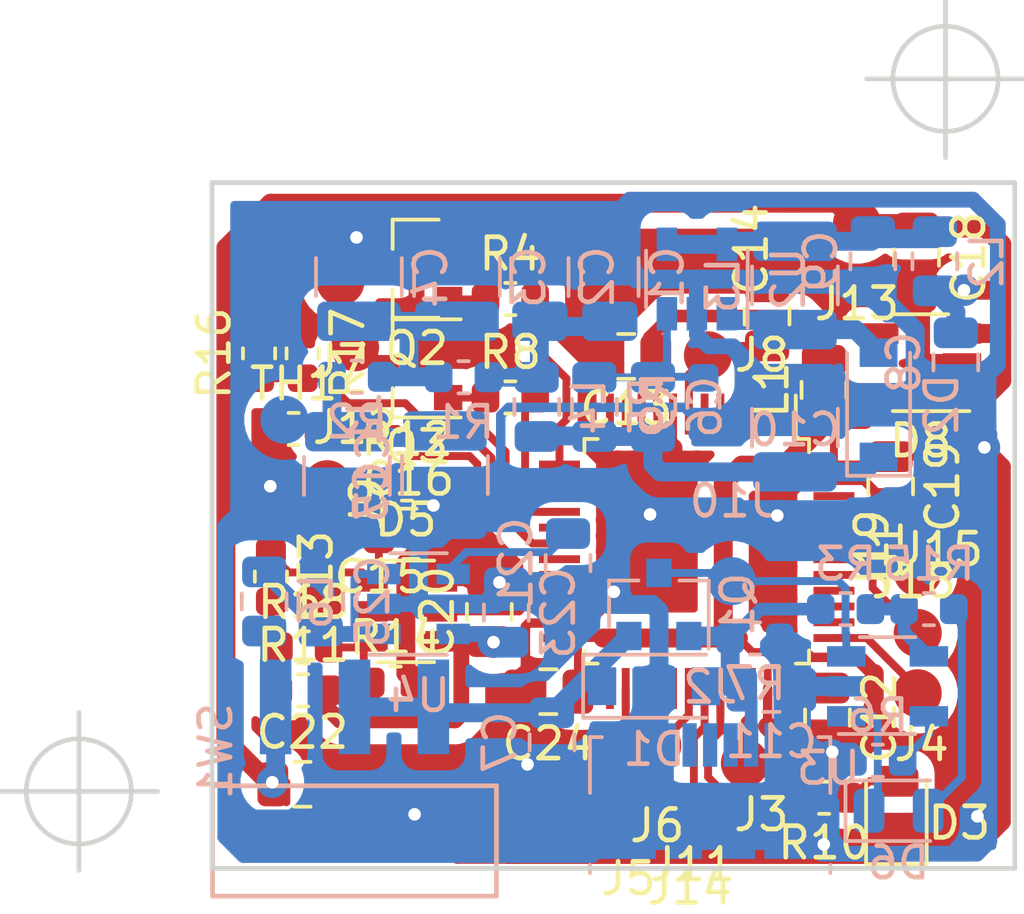
<source format=kicad_pcb>
(kicad_pcb (version 20171130) (host pcbnew 5.1.8+dfsg1-1~bpo10+1)
  (layers (0 F.Cu signal) (31 B.Cu signal) (34 B.Paste user) (35 F.Paste user hide) (36 B.SilkS user) (37 F.SilkS user) (38 B.Mask user) (39 F.Mask user) (44 Edge.Cuts user))
  (net 0 "")
  (net 1 GND)
  (net 2 "Net-(C9-Pad1)")
  (net 3 "Net-(C15-Pad1)")
  (net 4 "Net-(D2-Pad2)")
  (net 5 "Net-(C10-Pad1)")
  (net 6 +3V3)
  (net 7 "Net-(C1-Pad1)")
  (net 8 "Net-(C3-Pad1)")
  (net 9 "Net-(C6-Pad2)")
  (net 10 "Net-(C14-Pad1)")
  (net 11 "Net-(C16-Pad1)")
  (net 12 "Net-(D3-Pad2)")
  (net 13 "Net-(J10-Pad1)")
  (net 14 "Net-(R6-Pad1)")
  (net 15 "Net-(D6-Pad1)")
  (net 16 "Net-(D6-Pad2)")
  (net 17 "Net-(R15-Pad2)")
  (net 18 "Net-(C7-Pad1)")
  (net 19 +5V)
  (net 20 +3.3VADC)
  (net 21 "Net-(C21-Pad1)")
  (net 22 "Net-(C25-Pad1)")
  (net 23 "Net-(C17-Pad1)")
  (net 24 "Net-(D5-Pad5)")
  (net 25 "Net-(J7-Pad1)")
  (net 26 "Net-(J12-Pad1)")
  (net 27 "Net-(Q2-Pad1)")
  (net 28 "Net-(Q3-Pad1)")
  (net 29 "Net-(R11-Pad1)")
  (net 30 "Net-(C15-Pad2)")
  (net 31 "Net-(C11-Pad1)")
  (net 32 "Net-(J3-Pad1)")
  (net 33 "Net-(J4-Pad1)")
  (net 34 "Net-(J18-Pad1)")
  (net 35 "Net-(J19-Pad1)")
  (net 36 "Net-(R4-Pad2)")
  (net 37 "Net-(R8-Pad2)")
  (net 38 "Net-(R10-Pad2)")
  (net 39 "Net-(R16-Pad1)")
  (net 40 +3.3VA)
  (net 41 uart_rxd)
  (net 42 uart_txd)
  (net 43 "Net-(D4-Pad11)")
  (net 44 "Net-(TH1-Pad2)")
  (module Resistor_SMD:R_0805_2012Metric (layer B.Cu) (at 35.10026 75.92084 90)
    (fp_text reference R5 (at 0 1.65 90) (layer B.SilkS) (effects (justify mirror)))
    (fp_text value 300k)
    (pad 2 smd roundrect (at 0.9375 0 90) (size 0.975 1.4) (layers B.Cu B.Paste B.Mask) (net 9 "Net-(C6-Pad2)"))
    (pad 1 smd roundrect (at -0.9375 0 90) (size 0.975 1.4) (layers B.Cu B.Paste B.Mask) (net 5 "Net-(C10-Pad1)"))
  )
  (module Inductor_SMD:L_0805_2012Metric (layer B.Cu) (at 33.27146 75.92084 90)
    (fp_text reference L4 (at 0 1.65 -90) (layer B.SilkS) (effects (justify mirror)))
    (fp_text value 47uH)
    (pad 2 smd roundrect (at 0.9375 0 90) (size 0.975 1.4) (layers B.Cu B.Paste B.Mask) (net 7 "Net-(C1-Pad1)"))
    (pad 1 smd roundrect (at -0.9375 0 90) (size 0.975 1.4) (layers B.Cu B.Paste B.Mask) (net 5 "Net-(C10-Pad1)"))
  )
  (module Resistor_SMD:R_0603_1608Metric (layer F.Cu) (at 25.88768 83.54568)
    (fp_text reference R18 (at 0 -1.43) (layer F.SilkS))
    (fp_text value 220)
    (pad 2 smd roundrect (at 0.7875 0) (size 0.875 0.95) (layers F.Cu F.Paste F.Mask) (net 3 "Net-(C15-Pad1)"))
    (pad 1 smd roundrect (at -0.7875 0) (size 0.875 0.95) (layers F.Cu F.Paste F.Mask) (net 29 "Net-(R11-Pad1)"))
  )
  (module Resistor_SMD:R_0603_1608Metric (layer F.Cu) (at 25.85212 74.22388 270)
    (fp_text reference R17 (at 0 -1.43 90) (layer F.SilkS))
    (fp_text value 10k)
    (pad 2 smd roundrect (at 0.7875 0 270) (size 0.875 0.95) (layers F.Cu F.Paste F.Mask) (net 39 "Net-(R16-Pad1)"))
    (pad 1 smd roundrect (at -0.7875 0 270) (size 0.875 0.95) (layers F.Cu F.Paste F.Mask) (net 1 GND))
  )
  (module Resistor_SMD:R_0603_1608Metric (layer F.Cu) (at 24.47036 74.22388 90)
    (fp_text reference R16 (at 0 -1.43 90) (layer F.SilkS))
    (fp_text value 10k)
    (pad 2 smd roundrect (at 0.7875 0 90) (size 0.875 0.95) (layers F.Cu F.Paste F.Mask) (net 19 +5V))
    (pad 1 smd roundrect (at -0.7875 0 90) (size 0.875 0.95) (layers F.Cu F.Paste F.Mask) (net 39 "Net-(R16-Pad1)"))
  )
  (module Resistor_SMD:R_0603_1608Metric (layer B.Cu) (at 45.70476 82.33156 180)
    (fp_text reference R15 (at 0 1.43) (layer B.SilkS) (effects (justify mirror)))
    (fp_text value 1k)
    (pad 2 smd roundrect (at 0.7875 0 180) (size 0.875 0.95) (layers B.Cu B.Paste B.Mask) (net 17 "Net-(R15-Pad2)"))
    (pad 1 smd roundrect (at -0.7875 0 180) (size 0.875 0.95) (layers B.Cu B.Paste B.Mask) (net 16 "Net-(D6-Pad2)"))
  )
  (module Resistor_SMD:R_0603_1608Metric (layer F.Cu) (at 28.79852 84.66328)
    (fp_text reference R14 (at 0 -1.43) (layer F.SilkS))
    (fp_text value 12k)
    (pad 2 smd roundrect (at 0.7875 0) (size 0.875 0.95) (layers F.Cu F.Paste F.Mask) (net 1 GND))
    (pad 1 smd roundrect (at -0.7875 0) (size 0.875 0.95) (layers F.Cu F.Paste F.Mask) (net 3 "Net-(C15-Pad1)"))
  )
  (module Resistor_SMD:R_0603_1608Metric (layer F.Cu) (at 24.84628 81.30032 270)
    (fp_text reference R13 (at 0 -1.43 90) (layer F.SilkS))
    (fp_text value 4.7k)
    (pad 2 smd roundrect (at 0.7875 0 270) (size 0.875 0.95) (layers F.Cu F.Paste F.Mask) (net 29 "Net-(R11-Pad1)"))
    (pad 1 smd roundrect (at -0.7875 0 270) (size 0.875 0.95) (layers F.Cu F.Paste F.Mask) (net 11 "Net-(C16-Pad1)"))
  )
  (module Resistor_SMD:R_0603_1608Metric (layer F.Cu) (at 29.1592 78.37932)
    (fp_text reference R12 (at 0 -1.43) (layer F.SilkS))
    (fp_text value 2.2k)
    (pad 2 smd roundrect (at 0.7875 0) (size 0.875 0.95) (layers F.Cu F.Paste F.Mask) (net 1 GND))
    (pad 1 smd roundrect (at -0.7875 0) (size 0.875 0.95) (layers F.Cu F.Paste F.Mask) (net 30 "Net-(C15-Pad2)"))
  )
  (module Resistor_SMD:R_0603_1608Metric (layer F.Cu) (at 25.86736 84.90712)
    (fp_text reference R11 (at 0 -1.43) (layer F.SilkS))
    (fp_text value 100k)
    (pad 2 smd roundrect (at 0.7875 0) (size 0.875 0.95) (layers F.Cu F.Paste F.Mask) (net 20 +3.3VADC))
    (pad 1 smd roundrect (at -0.7875 0) (size 0.875 0.95) (layers F.Cu F.Paste F.Mask) (net 29 "Net-(R11-Pad1)"))
  )
  (module Resistor_SMD:R_0603_1608Metric (layer F.Cu) (at 42.38244 88.31072 180)
    (fp_text reference R10 (at 0 -1.43) (layer F.SilkS))
    (fp_text value 1k)
    (pad 2 smd roundrect (at 0.7875 0 180) (size 0.875 0.95) (layers F.Cu F.Paste F.Mask) (net 38 "Net-(R10-Pad2)"))
    (pad 1 smd roundrect (at -0.7875 0 180) (size 0.875 0.95) (layers F.Cu F.Paste F.Mask) (net 12 "Net-(D3-Pad2)"))
  )
  (module Resistor_SMD:R_0603_1608Metric (layer B.Cu) (at 38.5572 75.78852 270)
    (fp_text reference R9 (at 0 1.43 90) (layer B.SilkS) (effects (justify mirror)))
    (fp_text value 13k)
    (pad 2 smd roundrect (at 0.7875 0 270) (size 0.875 0.95) (layers B.Cu B.Paste B.Mask) (net 1 GND))
    (pad 1 smd roundrect (at -0.7875 0 270) (size 0.875 0.95) (layers B.Cu B.Paste B.Mask) (net 9 "Net-(C6-Pad2)"))
  )
  (module Resistor_SMD:R_0603_1608Metric (layer F.Cu) (at 32.4358 75.62088)
    (fp_text reference R8 (at 0 -1.43) (layer F.SilkS))
    (fp_text value 10k)
    (pad 2 smd roundrect (at 0.7875 0) (size 0.875 0.95) (layers F.Cu F.Paste F.Mask) (net 37 "Net-(R8-Pad2)"))
    (pad 1 smd roundrect (at -0.7875 0) (size 0.875 0.95) (layers F.Cu F.Paste F.Mask) (net 28 "Net-(Q3-Pad1)"))
  )
  (module Resistor_SMD:R_0603_1608Metric (layer B.Cu) (at 40.19296 83.2612)
    (fp_text reference R7 (at 0 1.43) (layer B.SilkS) (effects (justify mirror)))
    (fp_text value 10k)
    (pad 2 smd roundrect (at 0.7875 0) (size 0.875 0.95) (layers B.Cu B.Paste B.Mask) (net 1 GND))
    (pad 1 smd roundrect (at -0.7875 0) (size 0.875 0.95) (layers B.Cu B.Paste B.Mask) (net 31 "Net-(C11-Pad1)"))
  )
  (module Resistor_SMD:R_0603_1608Metric (layer B.Cu) (at 44.08424 87.13724 180)
    (fp_text reference R6 (at 0 1.43) (layer B.SilkS) (effects (justify mirror)))
    (fp_text value 20k)
    (pad 2 smd roundrect (at 0.7875 0 180) (size 0.875 0.95) (layers B.Cu B.Paste B.Mask) (net 1 GND))
    (pad 1 smd roundrect (at -0.7875 0 180) (size 0.875 0.95) (layers B.Cu B.Paste B.Mask) (net 14 "Net-(R6-Pad1)"))
  )
  (module Resistor_SMD:R_0603_1608Metric (layer F.Cu) (at 32.4358 72.50176)
    (fp_text reference R4 (at 0 -1.43) (layer F.SilkS))
    (fp_text value 10k)
    (pad 2 smd roundrect (at 0.7875 0) (size 0.875 0.95) (layers F.Cu F.Paste F.Mask) (net 36 "Net-(R4-Pad2)"))
    (pad 1 smd roundrect (at -0.7875 0) (size 0.875 0.95) (layers F.Cu F.Paste F.Mask) (net 27 "Net-(Q2-Pad1)"))
  )
  (module Resistor_SMD:R_0603_1608Metric (layer B.Cu) (at 43.06316 82.33156 180)
    (fp_text reference R3 (at 0 1.43) (layer B.SilkS) (effects (justify mirror)))
    (fp_text value 1R)
    (pad 2 smd roundrect (at 0.7875 0 180) (size 0.875 0.95) (layers B.Cu B.Paste B.Mask) (net 31 "Net-(C11-Pad1)"))
    (pad 1 smd roundrect (at -0.7875 0 180) (size 0.875 0.95) (layers B.Cu B.Paste B.Mask) (net 17 "Net-(R15-Pad2)"))
  )
  (module Resistor_SMD:R_0603_1608Metric (layer B.Cu) (at 27.56916 74.96556)
    (fp_text reference R2 (at 0 1.43) (layer B.SilkS) (effects (justify mirror)))
    (fp_text value 1k)
    (pad 2 smd roundrect (at 0.7875 0) (size 0.875 0.95) (layers B.Cu B.Paste B.Mask) (net 8 "Net-(C3-Pad1)"))
    (pad 1 smd roundrect (at -0.7875 0) (size 0.875 0.95) (layers B.Cu B.Paste B.Mask) (net 23 "Net-(C17-Pad1)"))
  )
  (module Resistor_SMD:R_0603_1608Metric (layer B.Cu) (at 30.95244 74.9808)
    (fp_text reference R1 (at 0 1.43) (layer B.SilkS) (effects (justify mirror)))
    (fp_text value 100)
    (pad 2 smd roundrect (at 0.7875 0) (size 0.875 0.95) (layers B.Cu B.Paste B.Mask) (net 7 "Net-(C1-Pad1)"))
    (pad 1 smd roundrect (at -0.7875 0) (size 0.875 0.95) (layers B.Cu B.Paste B.Mask) (net 8 "Net-(C3-Pad1)"))
  )
  (module My-library:SMD-CONN (layer F.Cu) (at 46.08576 77.89672)
    (fp_text reference J15 (at 0 2.54) (layer F.SilkS))
    (fp_text value +BT)
    (pad 1 smd circle (at 0 0) (size 1.524 1.524) (layers F.Cu F.Paste F.Mask) (net 6 +3V3))
  )
  (module My-library:SMD-CONN (layer F.Cu) (at 38.1254 88.63076)
    (fp_text reference J14 (at 0 2.54) (layer F.SilkS))
    (fp_text value RxD)
    (pad 1 smd circle (at 0 0) (size 1.524 1.524) (layers F.Cu F.Paste F.Mask) (net 41 uart_rxd))
  )
  (module My-library:SMD-CONN (layer F.Cu) (at 37.09416 86.65464)
    (fp_text reference J6 (at 0 2.54) (layer F.SilkS))
    (fp_text value TxD)
    (pad 1 smd circle (at 0 0) (size 1.524 1.524) (layers F.Cu F.Paste F.Mask) (net 42 uart_txd))
  )
  (module My-library:SMD-CONN (layer F.Cu) (at 36.18484 88.33104)
    (fp_text reference J5 (at 0 2.54) (layer F.SilkS))
    (fp_text value Stat)
    (pad 1 smd circle (at 0 0) (size 1.524 1.524) (layers F.Cu F.Paste F.Mask) (net 43 "Net-(D4-Pad11)"))
  )
  (module Capacitor_SMD:C_0805_2012Metric (layer F.Cu) (at 25.8445 87.884)
    (fp_text reference C22 (at 0 -1.65) (layer F.SilkS))
    (fp_text value CL21A226MQQNNNE)
    (pad 2 smd roundrect (at 0.9375 0) (size 0.975 1.4) (layers F.Cu F.Paste F.Mask) (net 1 GND))
    (pad 1 smd roundrect (at -0.9375 0) (size 0.975 1.4) (layers F.Cu F.Paste F.Mask) (net 19 +5V))
  )
  (module Resistor_SMD:R_0603_1608Metric (layer F.Cu) (at 25.56764 76.62164)
    (fp_text reference TH1 (at 0 -1.43) (layer F.SilkS))
    (fp_text value NCP18XH103F03RB)
    (pad 2 smd roundrect (at 0.7875 0) (size 0.875 0.95) (layers F.Cu F.Paste F.Mask) (net 44 "Net-(TH1-Pad2)"))
    (pad 1 smd roundrect (at -0.7875 0) (size 0.875 0.95) (layers F.Cu F.Paste F.Mask) (net 1 GND))
  )
  (module Package_QFP:LQFP-48_7x7mm_P0.5mm (layer F.Cu) (at 38.34384 80.49768 270)
    (fp_text reference U1 (at 0 -6 90) (layer F.SilkS))
    (fp_text value STM32F103C8Tx)
    (pad 48 smd rect (at -2.75 -4.35) (size 1.3 0.25) (layers F.Cu F.Paste F.Mask) (net 6 +3V3))
    (pad 47 smd rect (at -2.25 -4.35) (size 1.3 0.25) (layers F.Cu F.Paste F.Mask) (net 1 GND))
    (pad 46 smd rect (at -1.75 -4.35) (size 1.3 0.25) (layers F.Cu F.Paste F.Mask))
    (pad 45 smd rect (at -1.25 -4.35) (size 1.3 0.25) (layers F.Cu F.Paste F.Mask))
    (pad 44 smd rect (at -0.75 -4.35) (size 1.3 0.25) (layers F.Cu F.Paste F.Mask) (net 1 GND))
    (pad 43 smd rect (at -0.25 -4.35) (size 1.3 0.25) (layers F.Cu F.Paste F.Mask) (net 35 "Net-(J19-Pad1)"))
    (pad 42 smd rect (at 0.25 -4.35) (size 1.3 0.25) (layers F.Cu F.Paste F.Mask) (net 34 "Net-(J18-Pad1)"))
    (pad 41 smd rect (at 0.75 -4.35) (size 1.3 0.25) (layers F.Cu F.Paste F.Mask))
    (pad 40 smd rect (at 1.25 -4.35) (size 1.3 0.25) (layers F.Cu F.Paste F.Mask))
    (pad 39 smd rect (at 1.75 -4.35) (size 1.3 0.25) (layers F.Cu F.Paste F.Mask))
    (pad 38 smd rect (at 2.25 -4.35) (size 1.3 0.25) (layers F.Cu F.Paste F.Mask))
    (pad 37 smd rect (at 2.75 -4.35) (size 1.3 0.25) (layers F.Cu F.Paste F.Mask) (net 33 "Net-(J4-Pad1)"))
    (pad 36 smd rect (at 4.35 -2.75 270) (size 1.3 0.25) (layers F.Cu F.Paste F.Mask) (net 6 +3V3))
    (pad 35 smd rect (at 4.35 -2.25 270) (size 1.3 0.25) (layers F.Cu F.Paste F.Mask) (net 1 GND))
    (pad 34 smd rect (at 4.35 -1.75 270) (size 1.3 0.25) (layers F.Cu F.Paste F.Mask) (net 32 "Net-(J3-Pad1)"))
    (pad 33 smd rect (at 4.35 -1.25 270) (size 1.3 0.25) (layers F.Cu F.Paste F.Mask))
    (pad 32 smd rect (at 4.35 -0.75 270) (size 1.3 0.25) (layers F.Cu F.Paste F.Mask) (net 38 "Net-(R10-Pad2)"))
    (pad 31 smd rect (at 4.35 -0.25 270) (size 1.3 0.25) (layers F.Cu F.Paste F.Mask) (net 41 uart_rxd))
    (pad 30 smd rect (at 4.35 0.25 270) (size 1.3 0.25) (layers F.Cu F.Paste F.Mask) (net 42 uart_txd))
    (pad 29 smd rect (at 4.35 0.75 270) (size 1.3 0.25) (layers F.Cu F.Paste F.Mask))
    (pad 28 smd rect (at 4.35 1.25 270) (size 1.3 0.25) (layers F.Cu F.Paste F.Mask))
    (pad 27 smd rect (at 4.35 1.75 270) (size 1.3 0.25) (layers F.Cu F.Paste F.Mask))
    (pad 26 smd rect (at 4.35 2.25 270) (size 1.3 0.25) (layers F.Cu F.Paste F.Mask) (net 43 "Net-(D4-Pad11)"))
    (pad 25 smd rect (at 4.35 2.75 270) (size 1.3 0.25) (layers F.Cu F.Paste F.Mask))
    (pad 24 smd rect (at 2.75 4.35) (size 1.3 0.25) (layers F.Cu F.Paste F.Mask) (net 6 +3V3))
    (pad 23 smd rect (at 2.25 4.35) (size 1.3 0.25) (layers F.Cu F.Paste F.Mask) (net 1 GND))
    (pad 22 smd rect (at 1.75 4.35) (size 1.3 0.25) (layers F.Cu F.Paste F.Mask) (net 24 "Net-(D5-Pad5)"))
    (pad 21 smd rect (at 1.25 4.35) (size 1.3 0.25) (layers F.Cu F.Paste F.Mask))
    (pad 20 smd rect (at 0.75 4.35) (size 1.3 0.25) (layers F.Cu F.Paste F.Mask))
    (pad 19 smd rect (at 0.25 4.35) (size 1.3 0.25) (layers F.Cu F.Paste F.Mask))
    (pad 18 smd rect (at -0.25 4.35) (size 1.3 0.25) (layers F.Cu F.Paste F.Mask) (net 30 "Net-(C15-Pad2)"))
    (pad 17 smd rect (at -0.75 4.35) (size 1.3 0.25) (layers F.Cu F.Paste F.Mask))
    (pad 16 smd rect (at -1.25 4.35) (size 1.3 0.25) (layers F.Cu F.Paste F.Mask) (net 44 "Net-(TH1-Pad2)"))
    (pad 15 smd rect (at -1.75 4.35) (size 1.3 0.25) (layers F.Cu F.Paste F.Mask) (net 39 "Net-(R16-Pad1)"))
    (pad 14 smd rect (at -2.25 4.35) (size 1.3 0.25) (layers F.Cu F.Paste F.Mask) (net 37 "Net-(R8-Pad2)"))
    (pad 13 smd rect (at -2.75 4.35) (size 1.3 0.25) (layers F.Cu F.Paste F.Mask) (net 36 "Net-(R4-Pad2)"))
    (pad 12 smd rect (at -4.35 2.75 270) (size 1.3 0.25) (layers F.Cu F.Paste F.Mask))
    (pad 11 smd rect (at -4.35 2.25 270) (size 1.3 0.25) (layers F.Cu F.Paste F.Mask))
    (pad 10 smd rect (at -4.35 1.75 270) (size 1.3 0.25) (layers F.Cu F.Paste F.Mask))
    (pad 9 smd rect (at -4.35 1.25 270) (size 1.3 0.25) (layers F.Cu F.Paste F.Mask) (net 40 +3.3VA))
    (pad 8 smd rect (at -4.35 0.75 270) (size 1.3 0.25) (layers F.Cu F.Paste F.Mask) (net 1 GND))
    (pad 7 smd rect (at -4.35 0.25 270) (size 1.3 0.25) (layers F.Cu F.Paste F.Mask) (net 10 "Net-(C14-Pad1)"))
    (pad 6 smd rect (at -4.35 -0.25 270) (size 1.3 0.25) (layers F.Cu F.Paste F.Mask))
    (pad 5 smd rect (at -4.35 -0.75 270) (size 1.3 0.25) (layers F.Cu F.Paste F.Mask))
    (pad 4 smd rect (at -4.35 -1.25 270) (size 1.3 0.25) (layers F.Cu F.Paste F.Mask))
    (pad 3 smd rect (at -4.35 -1.75 270) (size 1.3 0.25) (layers F.Cu F.Paste F.Mask))
    (pad 2 smd rect (at -4.35 -2.25 270) (size 1.3 0.25) (layers F.Cu F.Paste F.Mask))
    (pad 1 smd rect (at -4.35 -2.75 270) (size 1.3 0.25) (layers F.Cu F.Paste F.Mask) (net 6 +3V3))
  )
  (module Inductor_SMD:L_0805_2012Metric (layer F.Cu) (at 42.37736 75.38212 90)
    (fp_text reference L1 (at 0 -1.65 90) (layer F.SilkS))
    (fp_text value 47uH)
    (pad 2 smd roundrect (at 0.9375 0 90) (size 0.975 1.4) (layers F.Cu F.Paste F.Mask) (net 40 +3.3VA))
    (pad 1 smd roundrect (at -0.9375 0 90) (size 0.975 1.4) (layers F.Cu F.Paste F.Mask) (net 6 +3V3))
  )
  (module Capacitor_SMD:C_0805_2012Metric (layer F.Cu) (at 44.49064 78.4352 270)
    (fp_text reference C19 (at 0 -1.65 90) (layer F.SilkS))
    (fp_text value CL21A226MQQNNNE)
    (pad 2 smd roundrect (at 0.9375 0 270) (size 0.975 1.4) (layers F.Cu F.Paste F.Mask) (net 1 GND))
    (pad 1 smd roundrect (at -0.9375 0 270) (size 0.975 1.4) (layers F.Cu F.Paste F.Mask) (net 6 +3V3))
  )
  (module Capacitor_SMD:C_0805_2012Metric (layer F.Cu) (at 29.20492 79.8576)
    (fp_text reference C16 (at 0 -1.65) (layer F.SilkS))
    (fp_text value 10nF)
    (pad 1 smd roundrect (at -0.9375 0) (size 0.975 1.4) (layers F.Cu F.Paste F.Mask) (net 11 "Net-(C16-Pad1)"))
    (pad 2 smd roundrect (at 0.9375 0) (size 0.975 1.4) (layers F.Cu F.Paste F.Mask) (net 1 GND))
  )
  (module Capacitor_SMD:C_0805_2012Metric (layer F.Cu) (at 45.3136 71.18604 270)
    (fp_text reference C18 (at 0 -1.65 90) (layer F.SilkS))
    (fp_text value CL21A226MQQNNNE)
    (pad 2 smd roundrect (at 0.9375 0 270) (size 0.975 1.4) (layers F.Cu F.Paste F.Mask) (net 1 GND))
    (pad 1 smd roundrect (at -0.9375 0 270) (size 0.975 1.4) (layers F.Cu F.Paste F.Mask) (net 19 +5V))
  )
  (module Capacitor_SMD:C_0805_2012Metric (layer F.Cu) (at 36.10864 74.3204 180)
    (fp_text reference C13 (at 0 -1.65) (layer F.SilkS))
    (fp_text value CL21A226MQQNNNE)
    (pad 2 smd roundrect (at 0.9375 0 180) (size 0.975 1.4) (layers F.Cu F.Paste F.Mask) (net 1 GND))
    (pad 1 smd roundrect (at -0.9375 0 180) (size 0.975 1.4) (layers F.Cu F.Paste F.Mask) (net 40 +3.3VA))
  )
  (module Capacitor_SMD:C_0805_2012Metric (layer F.Cu) (at 26.42108 81.1657 90)
    (fp_text reference C15 (at -0.13438 1.89484) (layer F.SilkS))
    (fp_text value 470pF)
    (pad 2 smd roundrect (at 0.9375 0 90) (size 0.975 1.4) (layers F.Cu F.Paste F.Mask) (net 30 "Net-(C15-Pad2)"))
    (pad 1 smd roundrect (at -0.9375 0 90) (size 0.975 1.4) (layers F.Cu F.Paste F.Mask) (net 3 "Net-(C15-Pad1)"))
  )
  (module My-library:MySwithc (layer B.Cu) (at 27.4955 86.9315 90)
    (fp_text reference SW1 (at 0.1 -4.4 90) (layer B.SilkS) (effects (justify mirror)))
    (fp_text value power)
    (pad 3 smd rect (at 1.5 -2.5 90) (size 3 1) (layers B.Cu B.Paste B.Mask) (net 19 +5V))
    (pad 2 smd rect (at 1.5 0 90) (size 3 1) (layers B.Cu B.Paste B.Mask) (net 18 "Net-(C7-Pad1)"))
    (pad 1 smd rect (at 1.5 2.5 90) (size 3 1) (layers B.Cu B.Paste B.Mask) (net 18 "Net-(C7-Pad1)"))
  )
  (module Package_TO_SOT_SMD:SOT-23 (layer F.Cu) (at 29.464 74.676 180)
    (fp_text reference Q3 (at 0 -2.5) (layer F.SilkS))
    (fp_text value KT231)
    (pad 3 smd rect (at 1 0 180) (size 0.9 0.8) (layers F.Cu F.Paste F.Mask) (net 26 "Net-(J12-Pad1)"))
    (pad 2 smd rect (at -1 0.95 180) (size 0.9 0.8) (layers F.Cu F.Paste F.Mask) (net 1 GND))
    (pad 1 smd rect (at -1 -0.95 180) (size 0.9 0.8) (layers F.Cu F.Paste F.Mask) (net 28 "Net-(Q3-Pad1)"))
  )
  (module Package_TO_SOT_SMD:SOT-23 (layer F.Cu) (at 29.464 71.5645 180)
    (fp_text reference Q2 (at 0 -2.5) (layer F.SilkS))
    (fp_text value KT231)
    (pad 3 smd rect (at 1 0 180) (size 0.9 0.8) (layers F.Cu F.Paste F.Mask) (net 25 "Net-(J7-Pad1)"))
    (pad 2 smd rect (at -1 0.95 180) (size 0.9 0.8) (layers F.Cu F.Paste F.Mask) (net 1 GND))
    (pad 1 smd rect (at -1 -0.95 180) (size 0.9 0.8) (layers F.Cu F.Paste F.Mask) (net 27 "Net-(Q2-Pad1)"))
  )
  (module My-library:SMD-CONN (layer F.Cu) (at 43.42384 70.10908)
    (fp_text reference J13 (at 0 2.54) (layer F.SilkS))
    (fp_text value +BAT)
    (pad 1 smd circle (at 0 0) (size 1.524 1.524) (layers F.Cu F.Paste F.Mask) (net 19 +5V))
  )
  (module My-library:SMD-CONN (layer F.Cu) (at 27.51328 74.03084)
    (fp_text reference J12 (at 0 2.54) (layer F.SilkS))
    (fp_text value Buzzer)
    (pad 1 smd circle (at 0 0) (size 1.524 1.524) (layers F.Cu F.Paste F.Mask) (net 26 "Net-(J12-Pad1)"))
  )
  (module My-library:SMD-CONN (layer F.Cu) (at 27.051 71.9455)
    (fp_text reference J7 (at 0 2.54) (layer F.SilkS))
    (fp_text value Vibro)
    (pad 1 smd circle (at 0 0) (size 1.524 1.524) (layers F.Cu F.Paste F.Mask) (net 25 "Net-(J7-Pad1)"))
  )
  (module Capacitor_SMD:C_0805_2012Metric (layer B.Cu) (at 26.42616 82.08772 90)
    (fp_text reference C25 (at 0 1.65 90) (layer B.SilkS) (effects (justify mirror)))
    (fp_text value CL21A226MQQNNNE)
    (pad 1 smd roundrect (at -0.9375 0 90) (size 0.975 1.4) (layers B.Cu B.Paste B.Mask) (net 22 "Net-(C25-Pad1)"))
    (pad 2 smd roundrect (at 0.9375 0 90) (size 0.975 1.4) (layers B.Cu B.Paste B.Mask) (net 1 GND))
  )
  (module Package_TO_SOT_SMD:SOT-23-5 (layer B.Cu) (at 38.34892 71.86676 90)
    (fp_text reference U2 (at 0 2.9 90) (layer B.SilkS) (effects (justify mirror)))
    (fp_text value LM2733YMF)
    (pad 1 smd rect (at -1.1 0.95 90) (size 1.06 0.65) (layers B.Cu B.Paste B.Mask) (net 4 "Net-(D2-Pad2)"))
    (pad 2 smd rect (at -1.1 0 90) (size 1.06 0.65) (layers B.Cu B.Paste B.Mask) (net 1 GND))
    (pad 3 smd rect (at -1.1 -0.95 90) (size 1.06 0.65) (layers B.Cu B.Paste B.Mask) (net 9 "Net-(C6-Pad2)"))
    (pad 4 smd rect (at 1.1 -0.95 90) (size 1.06 0.65) (layers B.Cu B.Paste B.Mask) (net 2 "Net-(C9-Pad1)"))
    (pad 5 smd rect (at 1.1 0.95 90) (size 1.06 0.65) (layers B.Cu B.Paste B.Mask) (net 2 "Net-(C9-Pad1)"))
  )
  (module Inductor_SMD:L_0805_2012Metric (layer B.Cu) (at 24.63292 82.08772 90)
    (fp_text reference L6 (at 0 1.65 90) (layer B.SilkS) (effects (justify mirror)))
    (fp_text value 47uH)
    (pad 1 smd roundrect (at -0.9375 0 90) (size 0.975 1.4) (layers B.Cu B.Paste B.Mask) (net 19 +5V))
    (pad 2 smd roundrect (at 0.9375 0 90) (size 0.975 1.4) (layers B.Cu B.Paste B.Mask) (net 22 "Net-(C25-Pad1)"))
  )
  (module Package_TO_SOT_SMD:SOT-23-5 (layer B.Cu) (at 29.52496 82.169)
    (fp_text reference U4 (at 0 2.9 -180) (layer B.SilkS) (effects (justify mirror)))
    (fp_text value LP2985-3)
    (pad 1 smd rect (at -1.1 0.95) (size 1.06 0.65) (layers B.Cu B.Paste B.Mask) (net 22 "Net-(C25-Pad1)"))
    (pad 2 smd rect (at -1.1 0) (size 1.06 0.65) (layers B.Cu B.Paste B.Mask) (net 1 GND))
    (pad 3 smd rect (at -1.1 -0.95) (size 1.06 0.65) (layers B.Cu B.Paste B.Mask) (net 22 "Net-(C25-Pad1)"))
    (pad 4 smd rect (at 1.1 -0.95) (size 1.06 0.65) (layers B.Cu B.Paste B.Mask) (net 21 "Net-(C21-Pad1)"))
    (pad 5 smd rect (at 1.1 0.95) (size 1.06 0.65) (layers B.Cu B.Paste B.Mask) (net 20 +3.3VADC))
  )
  (module Package_TO_SOT_SMD:SOT-23 (layer B.Cu) (at 37.14496 82.18424 90)
    (fp_text reference Q1 (at 0 2.5 270) (layer B.SilkS) (effects (justify mirror)))
    (fp_text value IRLML5203)
    (pad 1 smd rect (at -1 0.95 90) (size 0.9 0.8) (layers B.Cu B.Paste B.Mask) (net 31 "Net-(C11-Pad1)"))
    (pad 2 smd rect (at -1 -0.95 90) (size 0.9 0.8) (layers B.Cu B.Paste B.Mask) (net 18 "Net-(C7-Pad1)"))
    (pad 3 smd rect (at 1 0 90) (size 0.9 0.8) (layers B.Cu B.Paste B.Mask) (net 13 "Net-(J10-Pad1)"))
  )
  (module My-library:SMD-CONN (layer F.Cu) (at 45.34916 84.99856)
    (fp_text reference J4 (at 0.125 1.625) (layer F.SilkS))
    (fp_text value SWCLK)
    (pad 1 smd circle (at 0 0) (size 1.524 1.524) (layers F.Cu F.Paste F.Mask) (net 33 "Net-(J4-Pad1)"))
  )
  (module My-library:SMD-CONN (layer F.Cu) (at 39.87292 87.21344)
    (fp_text reference J3 (at 0.52324 1.63068) (layer F.SilkS))
    (fp_text value SWDIO)
    (pad 1 smd circle (at 0 0) (size 1.524 1.524) (layers F.Cu F.Paste F.Mask) (net 32 "Net-(J3-Pad1)"))
  )
  (module Package_TO_SOT_SMD:TSOT-23-5 (layer B.Cu) (at 44.39412 84.78012)
    (fp_text reference U3 (at -1.87388 2.59084) (layer B.SilkS) (effects (justify mirror)))
    (fp_text value LTC4054ES5-4.2)
    (pad 1 smd rect (at -1.31 0.95) (size 1.22 0.65) (layers B.Cu B.Paste B.Mask) (net 15 "Net-(D6-Pad1)"))
    (pad 2 smd rect (at -1.31 0) (size 1.22 0.65) (layers B.Cu B.Paste B.Mask) (net 1 GND))
    (pad 3 smd rect (at -1.31 -0.95) (size 1.22 0.65) (layers B.Cu B.Paste B.Mask) (net 13 "Net-(J10-Pad1)"))
    (pad 4 smd rect (at 1.31 -0.95) (size 1.22 0.65) (layers B.Cu B.Paste B.Mask) (net 17 "Net-(R15-Pad2)"))
    (pad 5 smd rect (at 1.31 0.95) (size 1.22 0.65) (layers B.Cu B.Paste B.Mask) (net 14 "Net-(R6-Pad1)"))
  )
  (module LED_SMD:LED_0805_2012Metric (layer F.Cu) (at 44.67352 88.72728 90)
    (fp_text reference D3 (at -0.38378 1.99644 180) (layer F.SilkS))
    (fp_text value LED)
    (pad 1 smd roundrect (at -0.9375 0 90) (size 0.975 1.4) (layers F.Cu F.Paste F.Mask) (net 1 GND))
    (pad 2 smd roundrect (at 0.9375 0 90) (size 0.975 1.4) (layers F.Cu F.Paste F.Mask) (net 12 "Net-(D3-Pad2)"))
  )
  (module Capacitor_SMD:C_1210_3225Metric (layer B.Cu) (at 27.2542 78.10754 270)
    (fp_text reference C5 (at 0.506302 -0.773741 90) (layer B.SilkS) (effects (justify mirror)))
    (fp_text value GRM32ER71H106K)
    (pad 2 smd roundrect (at 1.4 0 270) (size 1.25 2.65) (layers B.Cu B.Paste B.Mask) (roundrect_rratio 0.2) (net 1 GND))
    (pad 1 smd roundrect (at -1.4 0 270) (size 1.25 2.65) (layers B.Cu B.Paste B.Mask) (roundrect_rratio 0.2) (net 23 "Net-(C17-Pad1)"))
  )
  (module Capacitor_SMD:C_0805_2012Metric (layer B.Cu) (at 36.957 75.92084 90)
    (fp_text reference C6 (at 0 1.65 -90) (layer B.SilkS) (effects (justify mirror)))
    (fp_text value 82pF)
    (pad 2 smd roundrect (at 0.9375 0 90) (size 0.975 1.4) (layers B.Cu B.Paste B.Mask) (net 9 "Net-(C6-Pad2)"))
    (pad 1 smd roundrect (at -0.9375 0 90) (size 0.975 1.4) (layers B.Cu B.Paste B.Mask) (net 5 "Net-(C10-Pad1)"))
  )
  (module Capacitor_SMD:C_1210_3225Metric (layer B.Cu) (at 41.45788 76.581 90)
    (fp_text reference C10 (at -0.0665 0) (layer B.SilkS) (effects (justify mirror)))
    (fp_text value GRM32ER71H106K)
    (pad 1 smd roundrect (at -1.4 0 90) (size 1.25 2.65) (layers B.Cu B.Paste B.Mask) (roundrect_rratio 0.2) (net 5 "Net-(C10-Pad1)"))
    (pad 2 smd roundrect (at 1.4 0 90) (size 1.25 2.65) (layers B.Cu B.Paste B.Mask) (roundrect_rratio 0.2) (net 1 GND))
  )
  (module Diode_SMD:D_SOD-123 (layer B.Cu) (at 36.99256 84.77504)
    (fp_text reference D1 (at 0 2) (layer B.SilkS) (effects (justify mirror)))
    (fp_text value MBR0520LT)
    (pad 1 smd rect (at -1.65 0) (size 0.9 1.2) (layers B.Cu B.Paste B.Mask) (net 18 "Net-(C7-Pad1)"))
    (pad 2 smd rect (at 1.65 0) (size 0.9 1.2) (layers B.Cu B.Paste B.Mask) (net 31 "Net-(C11-Pad1)"))
  )
  (module Diode_SMD:D_SOD-123 (layer B.Cu) (at 44.10964 75.85456 90)
    (fp_text reference D2 (at 0 2 90) (layer B.SilkS) (effects (justify mirror)))
    (fp_text value MBR0540LT)
    (pad 2 smd rect (at 1.65 0 90) (size 0.9 1.2) (layers B.Cu B.Paste B.Mask) (net 4 "Net-(D2-Pad2)"))
    (pad 1 smd rect (at -1.65 0 90) (size 0.9 1.2) (layers B.Cu B.Paste B.Mask) (net 5 "Net-(C10-Pad1)"))
  )
  (module LED_SMD:LED_0805_2012Metric (layer B.Cu) (at 44.74464 88.7222)
    (fp_text reference D6 (at 0 1.65 180) (layer B.SilkS) (effects (justify mirror)))
    (fp_text value LED)
    (pad 1 smd roundrect (at -0.9375 0) (size 0.975 1.4) (layers B.Cu B.Paste B.Mask) (net 15 "Net-(D6-Pad1)"))
    (pad 2 smd roundrect (at 0.9375 0) (size 0.975 1.4) (layers B.Cu B.Paste B.Mask) (net 16 "Net-(D6-Pad2)"))
  )
  (module My-library:SMD-CONN (layer B.Cu) (at 25.273 76.327 270)
    (fp_text reference J1 (at 0 -2.54 90) (layer B.SilkS) (effects (justify mirror)))
    (fp_text value "SiPM Catode(3) 29.6v")
    (pad 1 smd circle (at 0 0 270) (size 1.524 1.524) (layers B.Cu B.Paste B.Mask) (net 23 "Net-(C17-Pad1)"))
  )
  (module My-library:SMD-CONN (layer F.Cu) (at 26.63444 78.3717 90)
    (fp_text reference J9 (at -0.62484 1.26492 90) (layer F.SilkS))
    (fp_text value "SiPM Anode(1)")
    (pad 1 smd circle (at 0 0 90) (size 1.524 1.524) (layers F.Cu F.Paste F.Mask) (net 30 "Net-(C15-Pad2)"))
  )
  (module My-library:SMD-CONN (layer B.Cu) (at 39.45636 81.44256)
    (fp_text reference J10 (at 0 -2.54) (layer B.SilkS) (effects (justify mirror)))
    (fp_text value B+)
    (pad 1 smd circle (at 0 0) (size 1.524 1.524) (layers B.Cu B.Paste B.Mask) (net 13 "Net-(J10-Pad1)"))
  )
  (module My-library:SMD-CONN (layer F.Cu) (at 39.88308 89.5096)
    (fp_text reference J11 (at -1.66116 0.91948) (layer F.SilkS))
    (fp_text value B-)
    (pad 1 smd circle (at 0 0) (size 1.524 1.524) (layers F.Cu F.Paste F.Mask) (net 1 GND))
  )
  (module Capacitor_SMD:C_0805_2012Metric (layer F.Cu) (at 40.57396 73.0504 90)
    (fp_text reference C14 (at 2.12574 -0.50292 90) (layer F.SilkS))
    (fp_text value 0.1uF)
    (pad 1 smd roundrect (at -0.9375 0 90) (size 0.975 1.4) (layers F.Cu F.Paste F.Mask) (net 10 "Net-(C14-Pad1)"))
    (pad 2 smd roundrect (at 0.9375 0 90) (size 0.975 1.4) (layers F.Cu F.Paste F.Mask) (net 1 GND))
  )
  (module My-library:SMD-CONN (layer F.Cu) (at 38.69944 74.28484 180)
    (fp_text reference J8 (at -1.71196 0.00508 180) (layer F.SilkS))
    (fp_text value nRST)
    (pad 1 smd circle (at 0 0 180) (size 1.524 1.524) (layers F.Cu F.Paste F.Mask) (net 10 "Net-(C14-Pad1)"))
  )
  (module My-library:SMD-CONN (layer F.Cu) (at 45.34916 83.08848 180)
    (fp_text reference J18 (at 0.125 1.625 180) (layer F.SilkS))
    (fp_text value I2C-SCL)
    (pad 1 smd circle (at 0 0 180) (size 1.524 1.524) (layers F.Cu F.Paste F.Mask) (net 34 "Net-(J18-Pad1)"))
  )
  (module My-library:SMD-CONN (layer F.Cu) (at 45.34916 81.16316 180)
    (fp_text reference J19 (at 1.45034 0.65278 270) (layer F.SilkS))
    (fp_text value I2C-SDA)
    (pad 1 smd circle (at 0 0 180) (size 1.524 1.524) (layers F.Cu F.Paste F.Mask) (net 35 "Net-(J19-Pad1)"))
  )
  (module Capacitor_SMD:C_0805_2012Metric (layer B.Cu) (at 33.7566 86.55304 270)
    (fp_text reference C7 (at 0 1.65 270) (layer B.SilkS) (effects (justify mirror)))
    (fp_text value CL21A226MQQNNNE)
    (pad 1 smd roundrect (at -0.9375 0 270) (size 0.975 1.4) (layers B.Cu B.Paste B.Mask) (net 18 "Net-(C7-Pad1)"))
    (pad 2 smd roundrect (at 0.9375 0 270) (size 0.975 1.4) (layers B.Cu B.Paste B.Mask) (net 1 GND))
  )
  (module Capacitor_SMD:C_0805_2012Metric (layer B.Cu) (at 40.70834 84.87918)
    (fp_text reference C11 (at 0 1.65) (layer B.SilkS) (effects (justify mirror)))
    (fp_text value CL21A226MQQNNNE)
    (pad 2 smd roundrect (at 0.9375 0) (size 0.975 1.4) (layers B.Cu B.Paste B.Mask) (net 1 GND))
    (pad 1 smd roundrect (at -0.9375 0) (size 0.975 1.4) (layers B.Cu B.Paste B.Mask) (net 31 "Net-(C11-Pad1)"))
  )
  (module Capacitor_SMD:C_0805_2012Metric (layer F.Cu) (at 42.48912 85.77072 270)
    (fp_text reference C12 (at 0 -1.65 90) (layer F.SilkS))
    (fp_text value CL21A226MQQNNNE)
    (pad 2 smd roundrect (at 0.9375 0 270) (size 0.975 1.4) (layers F.Cu F.Paste F.Mask) (net 1 GND))
    (pad 1 smd roundrect (at -0.9375 0 270) (size 0.975 1.4) (layers F.Cu F.Paste F.Mask) (net 6 +3V3))
  )
  (module Inductor_SMD:L_0805_2012Metric (layer B.Cu) (at 45.89272 71.30288 90)
    (fp_text reference L2 (at 0 1.65 270) (layer B.SilkS) (effects (justify mirror)))
    (fp_text value 10uH)
    (pad 2 smd roundrect (at 0.9375 0 90) (size 0.975 1.4) (layers B.Cu B.Paste B.Mask) (net 2 "Net-(C9-Pad1)"))
    (pad 1 smd roundrect (at -0.9375 0 90) (size 0.975 1.4) (layers B.Cu B.Paste B.Mask) (net 19 +5V))
  )
  (module Capacitor_SMD:C_0805_2012Metric (layer F.Cu) (at 31.77032 82.423 90)
    (fp_text reference C20 (at 0 -1.65 90) (layer F.SilkS))
    (fp_text value CL21A226MQQNNNE)
    (pad 2 smd roundrect (at 0.9375 0 90) (size 0.975 1.4) (layers F.Cu F.Paste F.Mask) (net 1 GND))
    (pad 1 smd roundrect (at -0.9375 0 90) (size 0.975 1.4) (layers F.Cu F.Paste F.Mask) (net 20 +3.3VADC))
  )
  (module Capacitor_SMD:C_0805_2012Metric (layer B.Cu) (at 34.2646 80.8736 270)
    (fp_text reference C21 (at 0 1.65 90) (layer B.SilkS) (effects (justify mirror)))
    (fp_text value 0.1uF)
    (pad 1 smd roundrect (at -0.9375 0 270) (size 0.975 1.4) (layers B.Cu B.Paste B.Mask) (net 21 "Net-(C21-Pad1)"))
    (pad 2 smd roundrect (at 0.9375 0 270) (size 0.975 1.4) (layers B.Cu B.Paste B.Mask) (net 1 GND))
  )
  (module Package_TO_SOT_SMD:SOT-23-6 (layer F.Cu) (at 29.1211 82.40268)
    (fp_text reference D5 (at 0 -2.9) (layer F.SilkS))
    (fp_text value TLV3501)
    (pad 1 smd rect (at -1.1 -0.95) (size 1.06 0.65) (layers F.Cu F.Paste F.Mask) (net 11 "Net-(C16-Pad1)"))
    (pad 2 smd rect (at -1.1 0) (size 1.06 0.65) (layers F.Cu F.Paste F.Mask) (net 1 GND))
    (pad 3 smd rect (at -1.1 0.95) (size 1.06 0.65) (layers F.Cu F.Paste F.Mask) (net 3 "Net-(C15-Pad1)"))
    (pad 4 smd rect (at 1.1 0.95) (size 1.06 0.65) (layers F.Cu F.Paste F.Mask) (net 20 +3.3VADC))
    (pad 6 smd rect (at 1.1 -0.95) (size 1.06 0.65) (layers F.Cu F.Paste F.Mask) (net 1 GND))
    (pad 5 smd rect (at 1.1 0) (size 1.06 0.65) (layers F.Cu F.Paste F.Mask) (net 24 "Net-(D5-Pad5)"))
  )
  (module Capacitor_SMD:C_0805_2012Metric (layer F.Cu) (at 33.63976 84.94776 180)
    (fp_text reference C24 (at 0 -1.65 180) (layer F.SilkS))
    (fp_text value CL21A226MQQNNNE)
    (pad 1 smd roundrect (at -0.9375 0 180) (size 0.975 1.4) (layers F.Cu F.Paste F.Mask) (net 6 +3V3))
    (pad 2 smd roundrect (at 0.9375 0 180) (size 0.975 1.4) (layers F.Cu F.Paste F.Mask) (net 1 GND))
  )
  (module Package_TO_SOT_SMD:TSOT-23-5 (layer F.Cu) (at 45.4406 74.54392 180)
    (fp_text reference D8 (at 0 -2.45) (layer F.SilkS))
    (fp_text value NCP551SN)
    (pad 1 smd rect (at -1.31 -0.95 180) (size 1.22 0.65) (layers F.Cu F.Paste F.Mask) (net 19 +5V))
    (pad 2 smd rect (at -1.31 0 180) (size 1.22 0.65) (layers F.Cu F.Paste F.Mask) (net 1 GND))
    (pad 3 smd rect (at -1.31 0.95 180) (size 1.22 0.65) (layers F.Cu F.Paste F.Mask) (net 19 +5V))
    (pad 4 smd rect (at 1.31 0.95 180) (size 1.22 0.65) (layers F.Cu F.Paste F.Mask))
    (pad 5 smd rect (at 1.31 -0.95 180) (size 1.22 0.65) (layers F.Cu F.Paste F.Mask) (net 6 +3V3))
  )
  (module Capacitor_SMD:C_1210_3225Metric (layer B.Cu) (at 30.74416 71.8058 90)
    (fp_text reference C3 (at 0 2.28 90) (layer B.SilkS) (effects (justify mirror)))
    (fp_text value GRM32ER71H106K)
    (pad 1 smd roundrect (at -1.4 0 90) (size 1.25 2.65) (layers B.Cu B.Paste B.Mask) (roundrect_rratio 0.2) (net 8 "Net-(C3-Pad1)"))
    (pad 2 smd roundrect (at 1.4 0 90) (size 1.25 2.65) (layers B.Cu B.Paste B.Mask) (roundrect_rratio 0.2) (net 1 GND))
  )
  (module Capacitor_SMD:C_1210_3225Metric (layer B.Cu) (at 27.6352 71.8058 90)
    (fp_text reference C4 (at 0 2.28 90) (layer B.SilkS) (effects (justify mirror)))
    (fp_text value GRM32ER71H106K)
    (pad 2 smd roundrect (at 1.4 0 90) (size 1.25 2.65) (layers B.Cu B.Paste B.Mask) (roundrect_rratio 0.2) (net 1 GND))
    (pad 1 smd roundrect (at -1.4 0 90) (size 1.25 2.65) (layers B.Cu B.Paste B.Mask) (roundrect_rratio 0.2) (net 8 "Net-(C3-Pad1)"))
  )
  (module Capacitor_SMD:C_1210_3225Metric (layer B.Cu) (at 30.36316 78.08214 270)
    (fp_text reference C17 (at 0 2.28 90) (layer B.SilkS) (effects (justify mirror)))
    (fp_text value GRM32ER71H106K)
    (pad 2 smd roundrect (at 1.4 0 270) (size 1.25 2.65) (layers B.Cu B.Paste B.Mask) (roundrect_rratio 0.2) (net 1 GND))
    (pad 1 smd roundrect (at -1.4 0 270) (size 1.25 2.65) (layers B.Cu B.Paste B.Mask) (roundrect_rratio 0.2) (net 23 "Net-(C17-Pad1)"))
  )
  (module Inductor_SMD:L_1210_3225Metric (layer B.Cu) (at 41.45788 72.06996 270)
    (fp_text reference L3 (at 0 2.28 270) (layer B.SilkS) (effects (justify mirror)))
    (fp_text value B82422A1223K100)
    (pad 1 smd roundrect (at -1.4 0 270) (size 1.25 2.65) (layers B.Cu B.Paste B.Mask) (roundrect_rratio 0.2) (net 2 "Net-(C9-Pad1)"))
    (pad 2 smd roundrect (at 1.4 0 270) (size 1.25 2.65) (layers B.Cu B.Paste B.Mask) (roundrect_rratio 0.2) (net 4 "Net-(D2-Pad2)"))
  )
  (module Capacitor_SMD:C_0805_2012Metric (layer B.Cu) (at 32.3088 82.44332 90)
    (fp_text reference C23 (at 0 1.65 90) (layer B.SilkS) (effects (justify mirror)))
    (fp_text value CL21A226MQQNNNE)
    (pad 1 smd roundrect (at -0.9375 0 90) (size 0.975 1.4) (layers B.Cu B.Paste B.Mask) (net 20 +3.3VADC))
    (pad 2 smd roundrect (at 0.9375 0 90) (size 0.975 1.4) (layers B.Cu B.Paste B.Mask) (net 1 GND))
  )
  (module Capacitor_SMD:C_0805_2012Metric (layer B.Cu) (at 46.5582 74.50836 270)
    (fp_text reference C8 (at 0 1.65 270) (layer B.SilkS) (effects (justify mirror)))
    (fp_text value CL21A226MQQNNNE)
    (pad 2 smd roundrect (at 0.9375 0 270) (size 0.975 1.4) (layers B.Cu B.Paste B.Mask) (net 1 GND))
    (pad 1 smd roundrect (at -0.9375 0 270) (size 0.975 1.4) (layers B.Cu B.Paste B.Mask) (net 19 +5V))
  )
  (module Capacitor_SMD:C_0805_2012Metric (layer B.Cu) (at 43.92676 71.30288 270)
    (fp_text reference C9 (at 0 1.65 270) (layer B.SilkS) (effects (justify mirror)))
    (fp_text value CL21A226MQQNNNE)
    (pad 1 smd roundrect (at -0.9375 0 270) (size 0.975 1.4) (layers B.Cu B.Paste B.Mask) (net 2 "Net-(C9-Pad1)"))
    (pad 2 smd roundrect (at 0.9375 0 270) (size 0.975 1.4) (layers B.Cu B.Paste B.Mask) (net 1 GND))
  )
  (module Capacitor_SMD:C_1206_3216Metric (layer B.Cu) (at 35.59048 71.8058 90)
    (fp_text reference C1 (at 0 1.82 -90) (layer B.SilkS) (effects (justify mirror)))
    (fp_text value .1uF)
    (pad 2 smd roundrect (at 1.4 0 90) (size 1.25 1.75) (layers B.Cu B.Paste B.Mask) (roundrect_rratio 0.2) (net 1 GND))
    (pad 1 smd roundrect (at -1.4 0 90) (size 1.25 1.75) (layers B.Cu B.Paste B.Mask) (roundrect_rratio 0.2) (net 7 "Net-(C1-Pad1)"))
  )
  (module Capacitor_SMD:C_1206_3216Metric (layer B.Cu) (at 33.37052 71.8058 90)
    (fp_text reference C2 (at 0 1.82 -90) (layer B.SilkS) (effects (justify mirror)))
    (fp_text value .1uF)
    (pad 1 smd roundrect (at -1.4 0 90) (size 1.25 1.75) (layers B.Cu B.Paste B.Mask) (roundrect_rratio 0.2) (net 7 "Net-(C1-Pad1)"))
    (pad 2 smd roundrect (at 1.4 0 90) (size 1.25 1.75) (layers B.Cu B.Paste B.Mask) (roundrect_rratio 0.2) (net 1 GND))
  )
  (module Connector_USB:USB_Micro-B_Molex_47346-0001 (layer B.Cu) (at 38.76924 88.09878 180)
    (fp_text reference J2 (at 0 3.3) (layer B.SilkS) (effects (justify mirror)))
    (fp_text value USB_B_Micro)
    (pad 1 smd rect (at -1.3 1.46 180) (size 0.45 1.38) (layers B.Cu B.Paste B.Mask) (net 31 "Net-(C11-Pad1)"))
    (pad 2 smd rect (at -0.65 1.46 180) (size 0.45 1.38) (layers B.Cu B.Paste B.Mask))
    (pad 3 smd rect (at 0 1.46 180) (size 0.45 1.38) (layers B.Cu B.Paste B.Mask))
    (pad 4 smd rect (at 0.65 1.46 180) (size 0.45 1.38) (layers B.Cu B.Paste B.Mask))
    (pad 5 smd rect (at 1.3 1.46 180) (size 0.45 1.38) (layers B.Cu B.Paste B.Mask) (net 1 GND))
    (pad 6 smd rect (at -2.4625 1.1 180) (size 1.475 2.1) (layers B.Cu B.Paste B.Mask) (net 1 GND))
    (pad 6 smd rect (at 2.4625 1.1 180) (size 1.475 2.1) (layers B.Cu B.Paste B.Mask) (net 1 GND))
    (pad 6 smd rect (at -2.91 -1.2 180) (size 2.375 1.9) (layers B.Cu B.Paste B.Mask) (net 1 GND))
    (pad 6 smd rect (at 2.91 -1.2 180) (size 2.375 1.9) (layers B.Cu B.Paste B.Mask) (net 1 GND))
    (pad 6 smd rect (at -0.84 -1.2 180) (size 1.175 1.9) (layers B.Cu B.Paste B.Mask) (net 1 GND))
    (pad 6 smd rect (at 0.84 -1.2 180) (size 1.175 1.9) (layers B.Cu B.Paste B.Mask) (net 1 GND))
  )
  (target plus (at 18.7579 88.11006) (size 5) (width 0.15) (layer Edge.Cuts))
  (target plus (at 46.23054 65.52184) (size 5) (width 0.15) (layer Edge.Cuts))
  (gr_line (start 22.9743 90.551) (end 22.9743 68.8086) (layer Edge.Cuts) (width 0.15))
  (gr_line (start 48.4251 90.551) (end 22.9743 90.551) (layer Edge.Cuts) (width 0.15))
  (gr_line (start 48.4251 68.8086) (end 48.4251 90.551) (layer Edge.Cuts) (width 0.15))
  (gr_line (start 22.9743 68.8086) (end 48.4251 68.8086) (layer Edge.Cuts) (width 0.15))
  (via (at 32.97936 87.25408) (size 0.8) (drill 0.4) (layers F.Cu B.Cu) (net 1))
  (segment (start 39.79264 89.45118) (end 38.14064 89.45118) (width 0.3) (layer B.Cu) (net 1))
  (segment (start 40.98544 88.24838) (end 40.98544 89.45118) (width 0.3) (layer B.Cu) (net 1))
  (segment (start 40.98764 88.24618) (end 40.98544 88.24838) (width 0.3) (layer B.Cu) (net 1))
  (segment (start 40.98764 87.22118) (end 40.98764 88.24618) (width 0.3) (layer B.Cu) (net 1))
  (segment (start 40.98544 89.45118) (end 39.79264 89.45118) (width 0.3) (layer B.Cu) (net 1))
  (segment (start 36.76764 86.80118) (end 36.34764 87.22118) (width 0.3) (layer B.Cu) (net 1))
  (segment (start 42.24264 89.45118) (end 40.98544 89.45118) (width 0.3) (layer B.Cu) (net 1))
  (segment (start 38.14064 89.45118) (end 37.54264 89.45118) (width 0.3) (layer B.Cu) (net 1))
  (segment (start 37.64424 89.29878) (end 35.19424 89.29878) (width 0.3) (layer B.Cu) (net 1))
  (segment (start 37.46924 89.12378) (end 37.64424 89.29878) (width 0.3) (layer B.Cu) (net 1))
  (segment (start 37.46924 86.64878) (end 37.46924 88.93132) (width 0.3) (layer B.Cu) (net 1))
  (segment (start 41.64584 84.87918) (end 41.64584 86.51218) (width 0.3) (layer B.Cu) (net 1))
  (segment (start 41.64584 86.51218) (end 41.08924 87.06878) (width 0.3) (layer B.Cu) (net 1))
  (segment (start 28.0391 82.38236) (end 28.08478 82.42804) (width 0.3) (layer F.Cu) (net 1))
  (segment (start 35.52952 70.57344) (end 35.57524 70.52772) (width 0.3) (layer B.Cu) (net 1))
  (segment (start 33.35528 70.57344) (end 34.6994 70.57344) (width 0.3) (layer B.Cu) (net 1))
  (segment (start 34.051 87.49054) (end 35.85924 89.29878) (width 0.3) (layer B.Cu) (net 1))
  (segment (start 33.7566 87.49054) (end 34.051 87.49054) (width 0.3) (layer B.Cu) (net 1))
  (segment (start 35.57524 70.52772) (end 35.57524 71.00316) (width 0.3) (layer B.Cu) (net 1))
  (segment (start 36.44392 71.87184) (end 36.44392 71.87184) (width 0.3) (layer B.Cu) (net 1))
  (segment (start 43.38042 71.87184) (end 43.97248 72.4639) (width 0.5) (layer B.Cu) (net 1))
  (segment (start 38.34892 72.00392) (end 38.21684 71.87184) (width 0.3) (layer B.Cu) (net 1))
  (segment (start 38.34892 72.96676) (end 38.34892 72.00392) (width 0.5) (layer B.Cu) (net 1))
  (segment (start 38.21684 71.87184) (end 43.38042 71.87184) (width 0.6) (layer B.Cu) (net 1))
  (segment (start 36.44392 71.87184) (end 38.21684 71.87184) (width 0.6) (layer B.Cu) (net 1))
  (segment (start 35.57524 70.52772) (end 35.57524 69.99224) (width 0.3) (layer B.Cu) (net 1))
  (segment (start 35.57524 69.99224) (end 36.21532 69.35216) (width 0.5) (layer B.Cu) (net 1))
  (segment (start 36.21532 69.35216) (end 47.10176 69.35216) (width 0.5) (layer B.Cu) (net 1))
  (segment (start 47.10176 69.35216) (end 47.88916 70.13956) (width 0.5) (layer B.Cu) (net 1))
  (segment (start 47.88916 74.59242) (end 46.66488 75.8167) (width 0.5) (layer B.Cu) (net 1))
  (segment (start 47.88916 70.13956) (end 47.88916 74.59242) (width 0.5) (layer B.Cu) (net 1))
  (segment (start 41.45396 86.77656) (end 41.23174 86.99878) (width 0.3) (layer B.Cu) (net 1))
  (segment (start 41.67924 89.44648) (end 42.17162 89.93886) (width 0.3) (layer B.Cu) (net 1))
  (segment (start 41.67924 89.29878) (end 41.67924 89.44648) (width 0.3) (layer B.Cu) (net 1))
  (via (at 47.244 88.9) (size 1) (drill 0.4) (layers F.Cu B.Cu) (net 1))
  (segment (start 36.30674 86.99878) (end 36.30674 86.01966) (width 0.3) (layer B.Cu) (net 1))
  (segment (start 31.95296 82.169) (end 32.44596 81.676) (width 0.5) (layer B.Cu) (net 1))
  (segment (start 29.52496 82.169) (end 31.95296 82.169) (width 0.6) (layer B.Cu) (net 1))
  (segment (start 28.42496 82.169) (end 29.52496 82.169) (width 0.5) (layer B.Cu) (net 1))
  (segment (start 39.42588 79.32928) (end 41.0972 79.32928) (width 0.9) (layer B.Cu) (net 1))
  (segment (start 36.69792 79.32928) (end 35.97148 78.60284) (width 0.6) (layer B.Cu) (net 1))
  (segment (start 39.42588 79.32928) (end 38.12032 79.32928) (width 0.9) (layer B.Cu) (net 1))
  (segment (start 32.893 78.52918) (end 32.96666 78.60284) (width 0.3) (layer B.Cu) (net 1))
  (segment (start 35.97148 78.60284) (end 32.96666 78.60284) (width 0.6) (layer B.Cu) (net 1))
  (segment (start 29.52496 82.169) (end 29.52496 80.09174) (width 0.6) (layer B.Cu) (net 1))
  (segment (start 30.37332 79.69042) (end 30.39872 79.66502) (width 0.3) (layer B.Cu) (net 1))
  (segment (start 30.77718 70.57344) (end 30.72892 70.6217) (width 0.3) (layer B.Cu) (net 1))
  (segment (start 33.35528 70.57344) (end 30.77718 70.57344) (width 0.3) (layer B.Cu) (net 1))
  (segment (start 27.64536 70.6217) (end 27.61996 70.6471) (width 0.3) (layer B.Cu) (net 1))
  (segment (start 30.72892 70.6217) (end 27.64536 70.6217) (width 0.3) (layer B.Cu) (net 1))
  (segment (start 30.14242 79.8576) (end 30.14242 79.8576) (width 0.3) (layer F.Cu) (net 1))
  (via (at 24.82596 78.4352) (size 0.8) (drill 0.4) (layers F.Cu B.Cu) (net 1))
  (segment (start 38.12032 79.32928) (end 36.86556 79.32928) (width 0.9) (layer B.Cu) (net 1))
  (segment (start 37.15004 82.3976) (end 37.15004 86.76132) (width 0.6) (layer B.Cu) (net 1))
  (segment (start 36.93668 82.18424) (end 37.15004 82.3976) (width 0.6) (layer B.Cu) (net 1))
  (segment (start 35.56508 82.18424) (end 36.93668 82.18424) (width 0.6) (layer B.Cu) (net 1))
  (segment (start 37.15004 86.76132) (end 37.11018 86.80118) (width 0.3) (layer B.Cu) (net 1))
  (segment (start 37.11018 86.80118) (end 36.76764 86.80118) (width 0.3) (layer B.Cu) (net 1))
  (segment (start 37.36764 86.80118) (end 37.11018 86.80118) (width 0.3) (layer B.Cu) (net 1))
  (segment (start 37.46924 88.93132) (end 37.46924 89.12378) (width 0.3) (layer B.Cu) (net 1))
  (segment (start 35.39696 88.8365) (end 35.85924 89.29878) (width 0.3) (layer B.Cu) (net 1))
  (segment (start 44.92752 79.32928) (end 47.0154 79.32928) (width 0.9) (layer B.Cu) (net 1))
  (segment (start 47.0662 88.7222) (end 47.244 88.9) (width 0.3) (layer F.Cu) (net 1))
  (segment (start 35.57524 71.00316) (end 36.44392 71.87184) (width 0.6) (layer B.Cu) (net 1))
  (segment (start 38.34892 72.96676) (end 38.34892 73.62952) (width 0.5) (layer B.Cu) (net 1))
  (segment (start 38.34892 73.62952) (end 38.71976 74.00036) (width 0.5) (layer B.Cu) (net 1))
  (segment (start 38.71976 74.00036) (end 39.497 74.00036) (width 0.5) (layer B.Cu) (net 1))
  (segment (start 40.67764 75.181) (end 41.45788 75.181) (width 0.3) (layer B.Cu) (net 1))
  (segment (start 39.497 74.00036) (end 40.67764 75.181) (width 0.5) (layer B.Cu) (net 1))
  (segment (start 41.45788 75.181) (end 42.15684 75.87996) (width 0.6) (layer B.Cu) (net 1))
  (segment (start 46.47462 75.87996) (end 46.52264 75.83194) (width 0.3) (layer B.Cu) (net 1))
  (segment (start 44.00804 72.23022) (end 45.26788 73.49006) (width 0.6) (layer B.Cu) (net 1))
  (segment (start 45.26788 75.70216) (end 45.09008 75.87996) (width 0.3) (layer B.Cu) (net 1))
  (segment (start 45.26788 73.49006) (end 45.26788 75.70216) (width 0.6) (layer B.Cu) (net 1))
  (segment (start 45.09008 75.87996) (end 46.47462 75.87996) (width 0.6) (layer B.Cu) (net 1))
  (segment (start 42.15684 75.87996) (end 45.09008 75.87996) (width 0.6) (layer B.Cu) (net 1))
  (segment (start 32.06794 81.23932) (end 32.09544 81.26682) (width 0.3) (layer F.Cu) (net 1))
  (via (at 32.09036 81.4832) (size 1) (drill 0.4) (layers F.Cu B.Cu) (net 1))
  (segment (start 32.09544 81.26682) (end 32.09544 81.26682) (width 0.3) (layer F.Cu) (net 1))
  (segment (start 40.59384 84.84768) (end 40.59384 86.0446) (width 0.3) (layer F.Cu) (net 1))
  (segment (start 41.2727 86.72346) (end 42.67708 86.72346) (width 0.6) (layer F.Cu) (net 1))
  (segment (start 40.59384 86.0446) (end 41.2727 86.72346) (width 0.6) (layer F.Cu) (net 1))
  (segment (start 44.3087 79.74768) (end 42.69384 79.74768) (width 0.3) (layer F.Cu) (net 1))
  (segment (start 44.43476 79.62162) (end 44.3087 79.74768) (width 0.3) (layer F.Cu) (net 1))
  (segment (start 34.924028 82.74768) (end 35.599228 82.07248) (width 0.3) (layer F.Cu) (net 1))
  (segment (start 33.99384 82.74768) (end 34.924028 82.74768) (width 0.3) (layer F.Cu) (net 1))
  (segment (start 35.599228 77.844508) (end 36.802014 77.844508) (width 0.6) (layer F.Cu) (net 1))
  (segment (start 36.973652 77.844508) (end 36.802014 77.844508) (width 0.3) (layer F.Cu) (net 1))
  (segment (start 37.59384 77.22432) (end 36.973652 77.844508) (width 0.6) (layer F.Cu) (net 1))
  (segment (start 41.0972 79.32928) (end 44.92752 79.32928) (width 0.9) (layer B.Cu) (net 1))
  (segment (start 36.86556 79.32928) (end 36.69792 79.32928) (width 0.9) (layer B.Cu) (net 1))
  (via (at 36.86556 79.32928) (size 0.8) (drill 0.4) (layers F.Cu B.Cu) (net 1))
  (segment (start 35.78352 79.32928) (end 35.599228 79.513572) (width 0.3) (layer F.Cu) (net 1))
  (segment (start 36.86556 79.32928) (end 35.78352 79.32928) (width 0.3) (layer F.Cu) (net 1))
  (segment (start 35.599228 79.513572) (end 35.599228 77.844508) (width 0.6) (layer F.Cu) (net 1))
  (segment (start 35.599228 82.07248) (end 35.599228 81.560812) (width 0.6) (layer F.Cu) (net 1))
  (segment (start 35.00858 72.55486) (end 35.00858 74.295) (width 0.6) (layer F.Cu) (net 1))
  (segment (start 31.37 88.2015) (end 31.37 88.84512) (width 0.3) (layer F.Cu) (net 1))
  (segment (start 32.63392 90.10904) (end 44.22926 90.10904) (width 0.6) (layer F.Cu) (net 1))
  (segment (start 44.67352 89.66478) (end 44.67352 89.7128) (width 0.3) (layer F.Cu) (net 1))
  (segment (start 44.24621 90.12599) (end 44.22926 90.10904) (width 0.3) (layer F.Cu) (net 1))
  (segment (start 44.67352 90.03792) (end 44.76159 90.12599) (width 0.3) (layer F.Cu) (net 1))
  (segment (start 44.67352 89.66478) (end 44.67352 90.03792) (width 0.3) (layer F.Cu) (net 1))
  (segment (start 44.76159 90.12599) (end 44.24621 90.12599) (width 0.6) (layer F.Cu) (net 1))
  (segment (start 35.599228 81.560812) (end 35.599228 79.513572) (width 0.6) (layer F.Cu) (net 1))
  (via (at 35.71748 81.78292) (size 0.8) (drill 0.4) (layers F.Cu B.Cu) (net 1))
  (segment (start 32.53232 81.42224) (end 34.80308 81.42224) (width 0.3) (layer B.Cu) (net 1))
  (segment (start 32.20446 81.4222) (end 32.24784 81.37882) (width 0.3) (layer F.Cu) (net 1))
  (segment (start 35.03203 90.12599) (end 35.85924 89.29878) (width 0.3) (layer B.Cu) (net 1))
  (segment (start 42.17162 89.93886) (end 42.3164 90.08364) (width 0.3) (layer B.Cu) (net 1))
  (via (at 42.37228 89.789) (size 0.8) (drill 0.4) (layers F.Cu B.Cu) (net 1))
  (segment (start 42.67708 86.72346) (end 42.67708 86.72346) (width 0.6) (layer F.Cu) (net 1))
  (segment (start 34.6994 70.57344) (end 35.52952 70.57344) (width 0.3) (layer B.Cu) (net 1))
  (via (at 27.559 70.5485) (size 1) (drill 0.4) (layers F.Cu B.Cu) (net 1))
  (segment (start 46.94936 76.49972) (end 47.56912 77.11948) (width 0.6) (layer F.Cu) (net 1))
  (segment (start 45.86732 76.49972) (end 46.94936 76.49972) (width 0.6) (layer F.Cu) (net 1))
  (segment (start 44.67352 89.83472) (end 44.87164 90.03284) (width 0.3) (layer F.Cu) (net 1))
  (segment (start 44.67352 89.66478) (end 44.67352 89.83472) (width 0.3) (layer F.Cu) (net 1))
  (segment (start 44.87164 90.03284) (end 47.03064 90.03284) (width 0.6) (layer F.Cu) (net 1))
  (segment (start 48.00009 77.82477) (end 47.38116 77.20584) (width 0.6) (layer F.Cu) (net 1))
  (segment (start 48.00009 89.06339) (end 48.00009 77.82477) (width 0.6) (layer F.Cu) (net 1))
  (segment (start 47.2694 88.9) (end 47.71644 89.34704) (width 0.3) (layer F.Cu) (net 1))
  (segment (start 47.244 88.9) (end 47.2694 88.9) (width 0.3) (layer F.Cu) (net 1))
  (segment (start 47.71644 89.34704) (end 48.00009 89.06339) (width 0.6) (layer F.Cu) (net 1))
  (segment (start 47.03064 90.03284) (end 47.71644 89.34704) (width 0.6) (layer F.Cu) (net 1))
  (segment (start 32.131 78.19644) (end 32.131 78.232) (width 0.3) (layer B.Cu) (net 1))
  (segment (start 32.42818 78.52918) (end 32.893 78.52918) (width 0.3) (layer B.Cu) (net 1))
  (segment (start 32.131 78.232) (end 32.42818 78.52918) (width 0.3) (layer B.Cu) (net 1))
  (via (at 29.9974 79.0448) (size 0.8) (drill 0.4) (layers F.Cu B.Cu) (net 1))
  (segment (start 30.33776 79.50754) (end 30.36316 79.48214) (width 0.3) (layer B.Cu) (net 1))
  (segment (start 27.2542 79.50754) (end 30.33776 79.50754) (width 0.3) (layer B.Cu) (net 1))
  (segment (start 26.42616 80.33558) (end 27.2542 79.50754) (width 0.3) (layer B.Cu) (net 1))
  (segment (start 26.42616 81.15022) (end 26.42616 80.33558) (width 0.3) (layer B.Cu) (net 1))
  (segment (start 43.97248 84.36864) (end 43.46448 83.86064) (width 0.5) (layer F.Cu) (net 1))
  (segment (start 43.97248 86.39556) (end 43.97248 84.36864) (width 0.6) (layer F.Cu) (net 1))
  (via (at 40.89908 79.36484) (size 1) (drill 0.4) (layers F.Cu B.Cu) (net 1))
  (segment (start 42.67708 86.72346) (end 43.64458 86.72346) (width 0.6) (layer F.Cu) (net 1))
  (via (at 42.64152 86.85784) (size 0.8) (drill 0.4) (layers F.Cu B.Cu) (net 1))
  (segment (start 43.64458 86.72346) (end 43.97248 86.39556) (width 0.6) (layer F.Cu) (net 1))
  (segment (start 40.89908 79.1168) (end 40.89908 79.36484) (width 0.3) (layer F.Cu) (net 1))
  (segment (start 41.7682 78.24768) (end 40.89908 79.1168) (width 0.3) (layer F.Cu) (net 1))
  (segment (start 42.69384 78.24768) (end 41.7682 78.24768) (width 0.3) (layer F.Cu) (net 1))
  (segment (start 41.0852 79.74768) (end 40.89908 79.9338) (width 0.3) (layer F.Cu) (net 1))
  (segment (start 42.69384 79.74768) (end 41.0852 79.74768) (width 0.3) (layer F.Cu) (net 1))
  (segment (start 40.89908 79.36484) (end 40.89908 79.9338) (width 0.3) (layer F.Cu) (net 1))
  (segment (start 41.98112 83.86064) (end 43.46448 83.86064) (width 0.3) (layer F.Cu) (net 1))
  (segment (start 40.89908 82.7786) (end 41.98112 83.86064) (width 0.3) (layer F.Cu) (net 1))
  (segment (start 40.89908 79.9338) (end 40.89908 82.7786) (width 0.6) (layer F.Cu) (net 1))
  (segment (start 44.49064 79.09448) (end 44.49064 79.3727) (width 0.3) (layer F.Cu) (net 1))
  (segment (start 43.64384 78.24768) (end 44.49064 79.09448) (width 0.3) (layer F.Cu) (net 1))
  (segment (start 42.69384 78.24768) (end 43.64384 78.24768) (width 0.3) (layer F.Cu) (net 1))
  (segment (start 30.464 70.6145) (end 30.16 70.6145) (width 0.3) (layer F.Cu) (net 1))
  (segment (start 30.16 70.6145) (end 29.464 71.3105) (width 0.5) (layer F.Cu) (net 1))
  (segment (start 29.714 73.726) (end 30.464 73.726) (width 0.5) (layer F.Cu) (net 1))
  (segment (start 29.464 73.476) (end 29.714 73.726) (width 0.5) (layer F.Cu) (net 1))
  (segment (start 29.464 71.3105) (end 29.464 73.476) (width 0.5) (layer F.Cu) (net 1))
  (segment (start 30.2075 70.358) (end 30.464 70.6145) (width 0.3) (layer F.Cu) (net 1))
  (segment (start 35.00858 71.07658) (end 34.671 70.739) (width 0.6) (layer F.Cu) (net 1))
  (segment (start 35.00858 72.55486) (end 35.00858 71.07658) (width 0.6) (layer F.Cu) (net 1))
  (segment (start 30.398 70.5485) (end 30.464 70.6145) (width 0.3) (layer F.Cu) (net 1))
  (segment (start 27.559 70.5485) (end 30.398 70.5485) (width 0.6) (layer F.Cu) (net 1))
  (segment (start 30.464 70.6145) (end 30.6045 70.6145) (width 0.3) (layer F.Cu) (net 1))
  (segment (start 35.00858 74.295) (end 35.00858 74.91754) (width 0.3) (layer F.Cu) (net 1))
  (segment (start 35.00858 74.91754) (end 34.86912 75.057) (width 0.6) (layer F.Cu) (net 1))
  (segment (start 34.86912 75.057) (end 34.86912 77.01788) (width 0.6) (layer F.Cu) (net 1))
  (segment (start 35.599228 77.747988) (end 35.599228 77.844508) (width 0.3) (layer F.Cu) (net 1))
  (segment (start 34.86912 77.01788) (end 35.599228 77.747988) (width 0.6) (layer F.Cu) (net 1))
  (segment (start 45.4406 76.073) (end 45.86732 76.49972) (width 0.6) (layer F.Cu) (net 1))
  (segment (start 45.3136 72.5932) (end 45.4406 72.7202) (width 0.6) (layer F.Cu) (net 1))
  (segment (start 45.3136 72.12354) (end 45.3136 72.5932) (width 0.6) (layer F.Cu) (net 1))
  (segment (start 45.49648 74.54392) (end 45.4406 74.48804) (width 0.3) (layer F.Cu) (net 1))
  (segment (start 45.4406 74.48804) (end 45.4406 76.073) (width 0.6) (layer F.Cu) (net 1))
  (segment (start 46.7506 74.54392) (end 45.49648 74.54392) (width 0.6) (layer F.Cu) (net 1))
  (segment (start 45.4406 72.7202) (end 45.4406 74.48804) (width 0.6) (layer F.Cu) (net 1))
  (segment (start 37.59384 76.99432) (end 37.59384 76.14768) (width 0.25) (layer F.Cu) (net 1))
  (segment (start 37.59384 77.22432) (end 37.59384 76.99432) (width 0.3) (layer F.Cu) (net 1))
  (segment (start 30.464 70.6145) (end 31.18362 70.6145) (width 0.6) (layer F.Cu) (net 1))
  (segment (start 32.63392 90.1192) (end 32.62713 90.12599) (width 0.3) (layer F.Cu) (net 1))
  (segment (start 32.63392 90.10904) (end 32.63392 90.1192) (width 0.3) (layer F.Cu) (net 1))
  (segment (start 30.65626 89.99574) (end 30.65626 88.2396) (width 0.6) (layer F.Cu) (net 1))
  (segment (start 30.76448 90.10396) (end 30.65626 89.99574) (width 0.6) (layer F.Cu) (net 1))
  (segment (start 32.36468 90.10396) (end 30.76448 90.10396) (width 0.6) (layer F.Cu) (net 1))
  (segment (start 32.36976 90.10904) (end 32.36468 90.10396) (width 0.3) (layer F.Cu) (net 1))
  (segment (start 32.63392 90.10904) (end 32.36976 90.10904) (width 0.6) (layer F.Cu) (net 1))
  (segment (start 31.18362 70.6145) (end 31.49858 70.6145) (width 0.3) (layer F.Cu) (net 1))
  (segment (start 31.49858 70.6145) (end 31.65348 70.4596) (width 0.6) (layer F.Cu) (net 1))
  (segment (start 34.3916 70.4596) (end 34.671 70.739) (width 0.6) (layer F.Cu) (net 1))
  (segment (start 31.65348 70.4596) (end 34.3916 70.4596) (width 0.6) (layer F.Cu) (net 1))
  (segment (start 31.7375 81.45268) (end 31.77032 81.4855) (width 0.3) (layer F.Cu) (net 1))
  (segment (start 30.2211 81.45268) (end 31.7375 81.45268) (width 0.3) (layer F.Cu) (net 1))
  (segment (start 29.6649 84.90712) (end 29.12364 84.36586) (width 0.6) (layer F.Cu) (net 1))
  (segment (start 29.12364 80.87638) (end 30.14242 79.8576) (width 0.6) (layer F.Cu) (net 1))
  (segment (start 29.1744 81.45268) (end 29.12364 81.40192) (width 0.3) (layer F.Cu) (net 1))
  (segment (start 30.2211 81.45268) (end 29.1744 81.45268) (width 0.6) (layer F.Cu) (net 1))
  (segment (start 29.12364 81.40192) (end 29.12364 80.87638) (width 0.6) (layer F.Cu) (net 1))
  (segment (start 29.06268 82.40268) (end 29.12364 82.46364) (width 0.3) (layer F.Cu) (net 1))
  (segment (start 28.0211 82.40268) (end 29.06268 82.40268) (width 0.6) (layer F.Cu) (net 1))
  (segment (start 29.12364 82.46364) (end 29.12364 81.40192) (width 0.6) (layer F.Cu) (net 1))
  (segment (start 29.12364 84.36586) (end 29.12364 82.46364) (width 0.6) (layer F.Cu) (net 1))
  (segment (start 35.19194 81.8111) (end 35.56508 82.18424) (width 0.6) (layer B.Cu) (net 1))
  (segment (start 34.2646 81.8111) (end 35.19194 81.8111) (width 0.6) (layer B.Cu) (net 1))
  (segment (start 42.37228 86.82506) (end 42.48912 86.70822) (width 0.3) (layer F.Cu) (net 1))
  (segment (start 42.37228 89.789) (end 42.37228 86.82506) (width 0.3) (layer F.Cu) (net 1))
  (via (at 47.46244 77.20584) (size 1) (drill 0.4) (layers F.Cu B.Cu) (net 1))
  (segment (start 47.61992 76.77174) (end 46.66488 75.8167) (width 0.5) (layer B.Cu) (net 1))
  (segment (start 47.61992 77.1652) (end 47.61992 76.77174) (width 0.5) (layer B.Cu) (net 1))
  (via (at 29.4005 88.8365) (size 0.8) (drill 0.4) (layers F.Cu B.Cu) (net 1))
  (segment (start 23.39931 89.54091) (end 23.98439 90.12599) (width 0.5) (layer B.Cu) (net 1))
  (segment (start 23.39931 87.82895) (end 23.39931 89.54091) (width 0.5) (layer B.Cu) (net 1))
  (segment (start 23.39931 87.82895) (end 23.39931 79.71453) (width 0.5) (layer B.Cu) (net 1))
  (segment (start 23.39931 79.71453) (end 24.7142 78.39964) (width 0.5) (layer B.Cu) (net 1))
  (segment (start 23.98439 90.12599) (end 35.03203 90.12599) (width 0.5) (layer B.Cu) (net 1))
  (segment (start 29.4005 88.8365) (end 24.40686 88.8365) (width 0.3) (layer B.Cu) (net 1))
  (segment (start 29.4005 88.8365) (end 35.39696 88.8365) (width 0.3) (layer B.Cu) (net 1))
  (segment (start 47.61992 88.9254) (end 47.61992 79.32928) (width 0.5) (layer B.Cu) (net 1))
  (segment (start 47.61992 79.32928) (end 47.61992 79.0448) (width 0.5) (layer B.Cu) (net 1))
  (segment (start 47.22368 90.08364) (end 47.61992 89.6874) (width 0.5) (layer B.Cu) (net 1))
  (segment (start 47.61992 89.6874) (end 47.61992 88.9254) (width 0.5) (layer B.Cu) (net 1))
  (segment (start 42.3164 90.08364) (end 47.22368 90.08364) (width 0.5) (layer B.Cu) (net 1))
  (segment (start 47.61992 79.0448) (end 47.61992 77.1652) (width 0.5) (layer B.Cu) (net 1))
  (segment (start 30.14242 78.57504) (end 29.9467 78.37932) (width 0.3) (layer F.Cu) (net 1))
  (segment (start 30.14242 79.8576) (end 30.14242 78.57504) (width 0.3) (layer F.Cu) (net 1))
  (segment (start 33.752361 82.772679) (end 33.018841 82.772679) (width 0.3) (layer F.Cu) (net 1))
  (segment (start 33.77736 82.74768) (end 33.752361 82.772679) (width 0.3) (layer F.Cu) (net 1))
  (segment (start 33.99384 82.74768) (end 33.77736 82.74768) (width 0.3) (layer F.Cu) (net 1))
  (segment (start 33.018841 82.772679) (end 32.91332 82.8782) (width 0.3) (layer F.Cu) (net 1))
  (segment (start 32.91332 84.7367) (end 32.70226 84.94776) (width 0.3) (layer F.Cu) (net 1))
  (segment (start 32.91332 82.8782) (end 32.91332 84.7367) (width 0.3) (layer F.Cu) (net 1))
  (segment (start 24.78014 78.38938) (end 24.82596 78.4352) (width 0.3) (layer F.Cu) (net 1))
  (segment (start 24.78014 76.62164) (end 24.78014 78.38938) (width 0.3) (layer F.Cu) (net 1))
  (segment (start 41.37268 86.85784) (end 41.23174 86.99878) (width 0.3) (layer B.Cu) (net 1))
  (segment (start 42.64152 86.85784) (end 41.37268 86.85784) (width 0.3) (layer B.Cu) (net 1))
  (segment (start 42.92092 87.13724) (end 42.64152 86.85784) (width 0.3) (layer B.Cu) (net 1))
  (segment (start 43.29674 87.13724) (end 42.92092 87.13724) (width 0.3) (layer B.Cu) (net 1))
  (segment (start 41.7449 84.78012) (end 41.64584 84.87918) (width 0.3) (layer B.Cu) (net 1))
  (segment (start 43.08412 84.78012) (end 41.7449 84.78012) (width 0.6) (layer B.Cu) (net 1))
  (segment (start 41.64584 83.92658) (end 40.98046 83.2612) (width 0.3) (layer B.Cu) (net 1))
  (segment (start 41.64584 84.87918) (end 41.64584 83.92658) (width 0.3) (layer B.Cu) (net 1))
  (segment (start 41.45788 75.181) (end 40.00708 76.6318) (width 0.3) (layer B.Cu) (net 1))
  (segment (start 38.61298 76.6318) (end 38.5572 76.57602) (width 0.3) (layer B.Cu) (net 1))
  (segment (start 40.00708 76.6318) (end 38.61298 76.6318) (width 0.3) (layer B.Cu) (net 1))
  (segment (start 38.5572 76.57602) (end 38.5572 76.55052) (width 0.3) (layer B.Cu) (net 1))
  (segment (start 38.5572 76.55052) (end 37.94252 75.93584) (width 0.3) (layer B.Cu) (net 1))
  (segment (start 37.94252 75.93584) (end 32.37992 75.93584) (width 0.3) (layer B.Cu) (net 1))
  (segment (start 32.131 76.18476) (end 32.131 78.232) (width 0.3) (layer B.Cu) (net 1))
  (segment (start 32.37992 75.93584) (end 32.131 76.18476) (width 0.3) (layer B.Cu) (net 1))
  (segment (start 37.39892 70.76676) (end 39.29892 70.76676) (width 0.6) (layer B.Cu) (net 2))
  (segment (start 39.39572 70.66996) (end 39.29892 70.76676) (width 0.25) (layer B.Cu) (net 2))
  (segment (start 41.45788 70.66996) (end 39.39572 70.66996) (width 0.6) (layer B.Cu) (net 2))
  (segment (start 43.89142 70.66996) (end 43.97248 70.5889) (width 0.25) (layer B.Cu) (net 2))
  (segment (start 41.45788 70.66996) (end 43.89142 70.66996) (width 0.6) (layer B.Cu) (net 2))
  (segment (start 43.97248 70.5889) (end 45.9232 70.5889) (width 0.6) (layer B.Cu) (net 2))
  (segment (start 28.16074 83.5534) (end 28.39194 83.3222) (width 0.25) (layer F.Cu) (net 3))
  (segment (start 27.7899 83.58388) (end 28.0211 83.35268) (width 0.25) (layer F.Cu) (net 3))
  (segment (start 27.7899 84.90712) (end 27.7899 83.58388) (width 0.25) (layer F.Cu) (net 3))
  (segment (start 27.8281 83.54568) (end 28.0211 83.35268) (width 0.25) (layer F.Cu) (net 3))
  (segment (start 26.67518 83.54568) (end 27.8281 83.54568) (width 0.25) (layer F.Cu) (net 3))
  (segment (start 26.67518 82.3573) (end 26.42108 82.1032) (width 0.25) (layer F.Cu) (net 3))
  (segment (start 26.67518 83.54568) (end 26.67518 82.3573) (width 0.25) (layer F.Cu) (net 3))
  (segment (start 41.03116 73.89668) (end 41.45788 73.46996) (width 0.25) (layer B.Cu) (net 4))
  (segment (start 41.45788 73.46996) (end 41.09004 73.46996) (width 0.25) (layer B.Cu) (net 4))
  (segment (start 41.09004 73.46996) (end 40.80256 73.18248) (width 0.25) (layer B.Cu) (net 4))
  (segment (start 39.51464 73.18248) (end 39.29892 72.96676) (width 0.25) (layer B.Cu) (net 4))
  (segment (start 40.80256 73.18248) (end 39.51464 73.18248) (width 0.6) (layer B.Cu) (net 4))
  (segment (start 43.37504 73.46996) (end 44.10964 74.20456) (width 0.6) (layer B.Cu) (net 4))
  (segment (start 41.45788 73.46996) (end 43.37504 73.46996) (width 0.6) (layer B.Cu) (net 4))
  (segment (start 35.11852 76.85834) (end 35.10026 76.84008) (width 0.25) (layer B.Cu) (net 5))
  (segment (start 33.28972 76.84008) (end 33.27146 76.85834) (width 0.25) (layer B.Cu) (net 5))
  (segment (start 35.10026 76.84008) (end 33.28972 76.84008) (width 0.6) (layer B.Cu) (net 5))
  (segment (start 36.957 76.85834) (end 36.22294 76.85834) (width 0.5) (layer B.Cu) (net 5))
  (segment (start 36.22294 76.85834) (end 35.11852 76.85834) (width 0.6) (layer B.Cu) (net 5))
  (segment (start 43.6332 77.981) (end 44.10964 77.50456) (width 0.6) (layer B.Cu) (net 5))
  (segment (start 41.45788 77.981) (end 43.6332 77.981) (width 0.6) (layer B.Cu) (net 5))
  (segment (start 41.45788 77.981) (end 37.19368 77.981) (width 0.6) (layer B.Cu) (net 5))
  (segment (start 36.957 77.74432) (end 36.957 76.85834) (width 0.6) (layer B.Cu) (net 5))
  (segment (start 37.19368 77.981) (end 36.957 77.74432) (width 0.6) (layer B.Cu) (net 5))
  (segment (start 41.104 77.74768) (end 41.09384 77.75784) (width 0.25) (layer F.Cu) (net 6))
  (segment (start 41.09384 77.75784) (end 41.09384 77.768) (width 0.25) (layer F.Cu) (net 6))
  (segment (start 42.6763 84.84768) (end 42.67708 84.84846) (width 0.25) (layer F.Cu) (net 6))
  (segment (start 42.67708 84.84846) (end 41.61258 84.84846) (width 0.6) (layer F.Cu) (net 6))
  (segment (start 41.6118 84.84768) (end 41.09384 84.84768) (width 0.25) (layer F.Cu) (net 6))
  (segment (start 41.61258 84.84846) (end 41.6118 84.84768) (width 0.25) (layer F.Cu) (net 6))
  (segment (start 42.6949 77.74662) (end 42.69384 77.74768) (width 0.25) (layer F.Cu) (net 6))
  (segment (start 44.43476 77.74662) (end 42.6949 77.74662) (width 0.25) (layer F.Cu) (net 6))
  (segment (start 41.09384 77.768) (end 41.11416 77.768) (width 0.25) (layer F.Cu) (net 6))
  (segment (start 41.11416 77.768) (end 42.43324 76.44892) (width 0.6) (layer F.Cu) (net 6))
  (segment (start 39.1854 83.24768) (end 35.3754 83.24768) (width 0.6) (layer F.Cu) (net 6))
  (segment (start 39.57828 83.1596) (end 39.66636 83.24768) (width 0.25) (layer F.Cu) (net 6))
  (segment (start 39.1854 83.24768) (end 39.66636 83.24768) (width 0.6) (layer F.Cu) (net 6))
  (segment (start 42.43324 76.44892) (end 42.37228 76.38796) (width 0.25) (layer F.Cu) (net 6))
  (segment (start 41.11416 77.768) (end 39.76796 77.768) (width 0.6) (layer F.Cu) (net 6))
  (segment (start 39.1854 78.35056) (end 39.1854 83.24768) (width 0.6) (layer F.Cu) (net 6))
  (segment (start 39.76796 77.768) (end 39.1854 78.35056) (width 0.6) (layer F.Cu) (net 6))
  (segment (start 42.20542 76.14768) (end 42.37736 76.31962) (width 0.25) (layer F.Cu) (net 6))
  (segment (start 41.09384 76.14768) (end 42.20542 76.14768) (width 0.25) (layer F.Cu) (net 6))
  (segment (start 42.69384 76.6361) (end 42.37736 76.31962) (width 0.25) (layer F.Cu) (net 6))
  (segment (start 42.69384 77.74768) (end 42.69384 76.6361) (width 0.25) (layer F.Cu) (net 6))
  (segment (start 44.1306 75.49392) (end 44.1306 75.85392) (width 0.6) (layer F.Cu) (net 6))
  (segment (start 43.6649 76.31962) (end 42.37736 76.31962) (width 0.6) (layer F.Cu) (net 6))
  (segment (start 44.1306 75.85392) (end 43.6649 76.31962) (width 0.6) (layer F.Cu) (net 6))
  (segment (start 45.65118 77.4977) (end 46.04512 77.89164) (width 0.25) (layer F.Cu) (net 6))
  (segment (start 44.49064 77.4977) (end 45.65118 77.4977) (width 0.25) (layer F.Cu) (net 6))
  (segment (start 41.09384 84.84768) (end 41.09384 83.89792) (width 0.25) (layer F.Cu) (net 6))
  (segment (start 41.09384 83.89792) (end 40.88892 83.693) (width 0.25) (layer F.Cu) (net 6))
  (segment (start 40.11168 83.693) (end 39.66636 83.24768) (width 0.25) (layer F.Cu) (net 6))
  (segment (start 40.88892 83.693) (end 40.11168 83.693) (width 0.25) (layer F.Cu) (net 6))
  (segment (start 34.57726 83.28218) (end 34.61176 83.24768) (width 0.25) (layer F.Cu) (net 6))
  (segment (start 34.61176 83.24768) (end 33.99384 83.24768) (width 0.25) (layer F.Cu) (net 6))
  (segment (start 34.57726 84.94776) (end 34.57726 83.28218) (width 0.25) (layer F.Cu) (net 6))
  (segment (start 35.3754 83.24768) (end 34.61176 83.24768) (width 0.25) (layer F.Cu) (net 6))
  (segment (start 35.52952 73.37344) (end 35.57524 73.32772) (width 0.25) (layer B.Cu) (net 7))
  (segment (start 33.35528 73.37344) (end 35.52952 73.37344) (width 0.6) (layer B.Cu) (net 7))
  (segment (start 33.35528 74.89952) (end 33.27146 74.98334) (width 0.25) (layer B.Cu) (net 7))
  (segment (start 33.35528 73.37344) (end 33.35528 74.89952) (width 0.6) (layer B.Cu) (net 7))
  (segment (start 33.26892 74.9808) (end 33.27146 74.98334) (width 0.25) (layer B.Cu) (net 7))
  (segment (start 31.73994 74.9808) (end 33.26892 74.9808) (width 0.6) (layer B.Cu) (net 7))
  (segment (start 30.70352 73.4471) (end 30.72892 73.4217) (width 0.25) (layer B.Cu) (net 8))
  (segment (start 29.22316 73.2058) (end 29.22316 74.92192) (width 0.6) (layer B.Cu) (net 8))
  (segment (start 29.22316 74.92192) (end 29.19476 74.95032) (width 0.25) (layer B.Cu) (net 8))
  (segment (start 27.6352 73.2058) (end 29.22316 73.2058) (width 0.6) (layer B.Cu) (net 8))
  (segment (start 29.22316 73.2058) (end 30.74416 73.2058) (width 0.6) (layer B.Cu) (net 8))
  (segment (start 30.1497 74.96556) (end 30.16494 74.9808) (width 0.25) (layer B.Cu) (net 8))
  (segment (start 28.35666 74.96556) (end 30.1497 74.96556) (width 0.6) (layer B.Cu) (net 8))
  (segment (start 35.11852 74.98334) (end 35.10026 74.96508) (width 0.25) (layer B.Cu) (net 9))
  (segment (start 36.957 74.98334) (end 35.11852 74.98334) (width 0.25) (layer B.Cu) (net 9))
  (segment (start 37.39892 74.54142) (end 36.957 74.98334) (width 0.25) (layer B.Cu) (net 9))
  (segment (start 37.39892 72.96676) (end 37.39892 74.54142) (width 0.25) (layer B.Cu) (net 9))
  (segment (start 36.97488 74.96546) (end 36.957 74.98334) (width 0.25) (layer B.Cu) (net 9))
  (segment (start 38.52672 74.96546) (end 36.97488 74.96546) (width 0.25) (layer B.Cu) (net 9))
  (segment (start 40.48252 74.28992) (end 40.59428 74.17816) (width 0.25) (layer F.Cu) (net 10))
  (segment (start 38.09384 74.89044) (end 38.09384 76.14768) (width 0.25) (layer F.Cu) (net 10))
  (segment (start 38.69944 74.28484) (end 38.09384 74.89044) (width 0.25) (layer F.Cu) (net 10))
  (segment (start 38.99638 73.9879) (end 38.69944 74.28484) (width 0.25) (layer F.Cu) (net 10))
  (segment (start 40.57396 73.9879) (end 38.99638 73.9879) (width 0.25) (layer F.Cu) (net 10))
  (segment (start 28.15796 81.40486) (end 28.08478 81.47804) (width 0.25) (layer F.Cu) (net 11))
  (segment (start 28.26742 81.20636) (end 28.0211 81.45268) (width 0.25) (layer F.Cu) (net 11))
  (segment (start 28.26742 79.8576) (end 28.26742 81.20636) (width 0.25) (layer F.Cu) (net 11))
  (segment (start 24.84628 80.51282) (end 24.84628 80.59928) (width 0.25) (layer F.Cu) (net 11))
  (segment (start 24.84628 80.59928) (end 25.41524 81.16824) (width 0.25) (layer F.Cu) (net 11))
  (segment (start 27.73666 81.16824) (end 28.0211 81.45268) (width 0.25) (layer F.Cu) (net 11))
  (segment (start 25.41524 81.16824) (end 27.73666 81.16824) (width 0.25) (layer F.Cu) (net 11))
  (segment (start 43.8104 87.78978) (end 43.22342 88.37676) (width 0.25) (layer F.Cu) (net 12))
  (segment (start 44.67352 87.78978) (end 43.8104 87.78978) (width 0.25) (layer F.Cu) (net 12))
  (segment (start 39.19804 81.18424) (end 39.45636 81.44256) (width 0.25) (layer B.Cu) (net 13))
  (segment (start 37.14496 81.18424) (end 39.19804 81.18424) (width 0.25) (layer B.Cu) (net 13))
  (segment (start 43.08412 83.83012) (end 43.08412 83.10436) (width 0.25) (layer B.Cu) (net 13))
  (segment (start 43.08412 83.10436) (end 43.06316 83.0834) (width 0.25) (layer B.Cu) (net 13))
  (segment (start 43.06316 83.0834) (end 43.06316 81.66608) (width 0.25) (layer B.Cu) (net 13))
  (segment (start 42.83964 81.44256) (end 39.45636 81.44256) (width 0.25) (layer B.Cu) (net 13))
  (segment (start 43.06316 81.66608) (end 42.83964 81.44256) (width 0.25) (layer B.Cu) (net 13))
  (segment (start 45.70412 86.30486) (end 44.87174 87.13724) (width 0.25) (layer B.Cu) (net 14))
  (segment (start 45.70412 85.73012) (end 45.70412 86.30486) (width 0.25) (layer B.Cu) (net 14))
  (segment (start 43.94412 85.73012) (end 44.08424 85.87024) (width 0.25) (layer B.Cu) (net 15))
  (segment (start 43.08412 85.73012) (end 43.94412 85.73012) (width 0.25) (layer B.Cu) (net 15))
  (segment (start 44.08424 88.4451) (end 43.80714 88.7222) (width 0.25) (layer B.Cu) (net 15))
  (segment (start 44.08424 85.87024) (end 44.08424 88.4451) (width 0.25) (layer B.Cu) (net 15))
  (segment (start 46.49226 82.33156) (end 46.49226 82.38246) (width 0.25) (layer B.Cu) (net 16))
  (segment (start 46.49226 82.38246) (end 46.75124 82.64144) (width 0.25) (layer B.Cu) (net 16))
  (segment (start 46.75124 87.6531) (end 45.68214 88.7222) (width 0.25) (layer B.Cu) (net 16))
  (segment (start 46.75124 82.64144) (end 46.75124 87.6531) (width 0.25) (layer B.Cu) (net 16))
  (segment (start 43.85066 82.33156) (end 44.91726 82.33156) (width 0.4) (layer B.Cu) (net 17))
  (segment (start 44.91726 83.04326) (end 45.70412 83.83012) (width 0.4) (layer B.Cu) (net 17))
  (segment (start 44.91726 82.33156) (end 44.91726 83.04326) (width 0.4) (layer B.Cu) (net 17))
  (segment (start 33.7566 85.61554) (end 30.17954 85.61554) (width 0.6) (layer B.Cu) (net 18))
  (segment (start 29.9955 85.4315) (end 27.4955 85.4315) (width 0.6) (layer B.Cu) (net 18))
  (segment (start 36.1879 83.18424) (end 36.19496 83.18424) (width 0.25) (layer B.Cu) (net 18))
  (segment (start 35.34256 84.76588) (end 34.97441 84.39773) (width 0.6) (layer B.Cu) (net 18))
  (segment (start 35.34256 84.77504) (end 35.34256 84.76588) (width 0.25) (layer B.Cu) (net 18))
  (segment (start 34.97441 84.39773) (end 36.1879 83.18424) (width 0.6) (layer B.Cu) (net 18))
  (segment (start 33.7566 85.61554) (end 34.97441 84.39773) (width 0.6) (layer B.Cu) (net 18))
  (segment (start 30.17954 85.61554) (end 29.9955 85.4315) (width 0.25) (layer B.Cu) (net 18))
  (segment (start 45.9232 72.4639) (end 45.9232 72.4639) (width 0.25) (layer B.Cu) (net 19))
  (via (at 46.81728 72.22236) (size 1) (drill 0.4) (layers F.Cu B.Cu) (net 19))
  (segment (start 45.9232 72.4639) (end 46.3065 72.4639) (width 0.25) (layer B.Cu) (net 19))
  (segment (start 45.9232 72.4639) (end 46.1795 72.4639) (width 0.25) (layer B.Cu) (net 19))
  (segment (start 25.3365 87.8205) (end 25.3365 88.4545) (width 0.25) (layer F.Cu) (net 19))
  (segment (start 47.6106 75.49392) (end 48.01616 75.08836) (width 0.6) (layer F.Cu) (net 19))
  (segment (start 46.7506 75.49392) (end 47.6106 75.49392) (width 0.6) (layer F.Cu) (net 19))
  (segment (start 48.01104 73.59392) (end 48.01616 73.59904) (width 0.25) (layer F.Cu) (net 19))
  (segment (start 46.7506 73.59392) (end 48.01104 73.59392) (width 0.6) (layer F.Cu) (net 19))
  (segment (start 48.01616 75.08836) (end 48.01616 73.59904) (width 0.6) (layer F.Cu) (net 19))
  (segment (start 43.42384 70.10908) (end 42.77868 69.46392) (width 0.6) (layer F.Cu) (net 19))
  (segment (start 24.83612 69.46392) (end 23.4188 70.88124) (width 0.6) (layer F.Cu) (net 19))
  (segment (start 23.4188 86.4753) (end 25.145 88.2015) (width 0.6) (layer F.Cu) (net 19))
  (segment (start 45.17414 70.10908) (end 45.3136 70.24854) (width 0.25) (layer F.Cu) (net 19))
  (segment (start 43.42384 70.10908) (end 45.17414 70.10908) (width 0.6) (layer F.Cu) (net 19))
  (segment (start 45.3136 70.24854) (end 45.5953 70.24854) (width 0.25) (layer F.Cu) (net 19))
  (segment (start 41.36136 69.46392) (end 24.83612 69.46392) (width 0.6) (layer F.Cu) (net 19))
  (segment (start 42.77868 69.46392) (end 41.36136 69.46392) (width 0.6) (layer F.Cu) (net 19))
  (segment (start 46.74846 72.24038) (end 46.76648 72.22236) (width 0.25) (layer B.Cu) (net 19))
  (segment (start 45.89272 72.24038) (end 46.74846 72.24038) (width 0.25) (layer B.Cu) (net 19))
  (segment (start 45.3136 70.24854) (end 47.5003 70.24854) (width 0.6) (layer F.Cu) (net 19))
  (segment (start 48.01616 70.7644) (end 48.01616 71.9328) (width 0.6) (layer F.Cu) (net 19))
  (segment (start 47.5003 70.24854) (end 48.01616 70.7644) (width 0.6) (layer F.Cu) (net 19))
  (segment (start 47.97552 72.22236) (end 48.01616 72.18172) (width 0.25) (layer F.Cu) (net 19))
  (segment (start 46.76648 72.22236) (end 47.97552 72.22236) (width 0.6) (layer F.Cu) (net 19))
  (segment (start 48.01616 72.18172) (end 48.01616 71.9328) (width 0.6) (layer F.Cu) (net 19))
  (segment (start 48.01616 73.59904) (end 48.01616 72.18172) (width 0.6) (layer F.Cu) (net 19))
  (segment (start 46.5582 72.90586) (end 45.89272 72.24038) (width 0.6) (layer B.Cu) (net 19))
  (segment (start 46.5582 73.57086) (end 46.5582 72.90586) (width 0.6) (layer B.Cu) (net 19))
  (segment (start 23.4188 70.88124) (end 23.4188 73.4568) (width 0.6) (layer F.Cu) (net 19))
  (segment (start 24.63292 83.02522) (end 24.63292 85.06892) (width 0.25) (layer B.Cu) (net 19))
  (segment (start 24.63292 85.06892) (end 24.9955 85.4315) (width 0.25) (layer B.Cu) (net 19))
  (segment (start 24.9955 85.4315) (end 24.9955 87.4795) (width 0.6) (layer B.Cu) (net 19))
  (via (at 24.88946 87.8205) (size 1) (drill 0.4) (layers F.Cu B.Cu) (net 19))
  (segment (start 23.4188 73.90892) (end 23.4188 86.4753) (width 0.6) (layer F.Cu) (net 19))
  (segment (start 23.4188 73.4568) (end 23.4188 73.90892) (width 0.6) (layer F.Cu) (net 19))
  (segment (start 23.43922 73.43638) (end 23.4188 73.4568) (width 0.25) (layer F.Cu) (net 19))
  (segment (start 24.47036 73.43638) (end 23.43922 73.43638) (width 0.25) (layer F.Cu) (net 19))
  (segment (start 32.01396 83.119) (end 32.44596 83.551) (width 0.25) (layer B.Cu) (net 20))
  (segment (start 30.62496 83.119) (end 32.01396 83.119) (width 0.5) (layer B.Cu) (net 20))
  (segment (start 32.01142 83.13932) (end 32.14116 83.26906) (width 0.25) (layer F.Cu) (net 20))
  (segment (start 31.7625 83.35268) (end 31.77032 83.3605) (width 0.25) (layer F.Cu) (net 20))
  (segment (start 31.77032 83.3605) (end 31.77032 83.3605) (width 0.25) (layer F.Cu) (net 20))
  (via (at 31.9024 83.37804) (size 1) (drill 0.4) (layers F.Cu B.Cu) (net 20))
  (segment (start 30.88136 83.35268) (end 31.7625 83.35268) (width 0.5) (layer F.Cu) (net 20))
  (segment (start 30.2211 83.35268) (end 30.88136 83.35268) (width 0.5) (layer F.Cu) (net 20))
  (segment (start 26.65486 84.90712) (end 26.65486 85.48634) (width 0.5) (layer F.Cu) (net 20))
  (segment (start 26.65486 85.48634) (end 27.0256 85.85708) (width 0.5) (layer F.Cu) (net 20))
  (segment (start 27.0256 85.85708) (end 30.68828 85.85708) (width 0.5) (layer F.Cu) (net 20))
  (segment (start 30.88136 85.664) (end 30.88136 83.35268) (width 0.5) (layer F.Cu) (net 20))
  (segment (start 30.68828 85.85708) (end 30.88136 85.664) (width 0.5) (layer F.Cu) (net 20))
  (segment (start 30.62496 81.219) (end 30.62496 80.942) (width 0.25) (layer B.Cu) (net 21))
  (segment (start 30.62496 80.942) (end 31.04388 80.52308) (width 0.25) (layer B.Cu) (net 21))
  (segment (start 33.67762 80.52308) (end 34.2646 79.9361) (width 0.25) (layer B.Cu) (net 21))
  (segment (start 31.04388 80.52308) (end 33.67762 80.52308) (width 0.25) (layer B.Cu) (net 21))
  (segment (start 28.31046 83.2335) (end 28.42496 83.119) (width 0.25) (layer B.Cu) (net 22))
  (segment (start 27.64496 81.219) (end 27.49296 81.371) (width 0.25) (layer B.Cu) (net 22))
  (segment (start 28.42496 81.219) (end 27.64496 81.219) (width 0.25) (layer B.Cu) (net 22))
  (segment (start 27.49296 83.053) (end 27.42696 83.119) (width 0.25) (layer B.Cu) (net 22))
  (segment (start 27.49296 81.371) (end 27.49296 83.053) (width 0.25) (layer B.Cu) (net 22))
  (segment (start 28.42496 83.119) (end 27.42696 83.119) (width 0.5) (layer B.Cu) (net 22))
  (segment (start 27.42696 83.119) (end 26.52796 83.119) (width 0.5) (layer B.Cu) (net 22))
  (segment (start 26.42616 82.94346) (end 26.42616 83.02522) (width 0.25) (layer B.Cu) (net 22))
  (segment (start 24.63292 81.15022) (end 26.42616 82.94346) (width 0.5) (layer B.Cu) (net 22))
  (segment (start 26.72634 76.327) (end 27.28976 76.89042) (width 0.25) (layer B.Cu) (net 23))
  (segment (start 30.37332 76.89042) (end 30.39872 76.86502) (width 0.25) (layer B.Cu) (net 23))
  (segment (start 27.28976 76.89042) (end 30.37332 76.89042) (width 0.6) (layer B.Cu) (net 23))
  (segment (start 25.273 76.327) (end 26.2255 76.327) (width 0.25) (layer B.Cu) (net 23))
  (segment (start 26.2255 76.327) (end 26.72634 76.327) (width 0.25) (layer B.Cu) (net 23))
  (segment (start 26.78166 76.235) (end 27.2542 76.70754) (width 0.25) (layer B.Cu) (net 23))
  (segment (start 26.78166 74.96556) (end 26.78166 76.235) (width 0.6) (layer B.Cu) (net 23))
  (segment (start 32.872075 82.24768) (end 33.99384 82.24768) (width 0.25) (layer F.Cu) (net 24))
  (segment (start 32.717075 82.40268) (end 32.872075 82.24768) (width 0.25) (layer F.Cu) (net 24))
  (segment (start 30.2211 82.40268) (end 32.717075 82.40268) (width 0.25) (layer F.Cu) (net 24))
  (segment (start 27.432 71.5645) (end 27.051 71.9455) (width 0.25) (layer F.Cu) (net 25))
  (segment (start 28.464 71.5645) (end 27.432 71.5645) (width 0.25) (layer F.Cu) (net 25))
  (segment (start 27.81884 74.03084) (end 28.464 74.676) (width 0.25) (layer F.Cu) (net 26))
  (segment (start 27.51328 74.03084) (end 27.81884 74.03084) (width 0.25) (layer F.Cu) (net 26))
  (segment (start 31.63556 72.5145) (end 31.6483 72.50176) (width 0.25) (layer F.Cu) (net 27))
  (segment (start 30.464 72.5145) (end 31.63556 72.5145) (width 0.25) (layer F.Cu) (net 27))
  (segment (start 31.64318 75.626) (end 31.6483 75.62088) (width 0.25) (layer F.Cu) (net 28))
  (segment (start 30.464 75.626) (end 31.64318 75.626) (width 0.25) (layer F.Cu) (net 28))
  (segment (start 24.84628 83.29178) (end 25.10018 83.54568) (width 0.25) (layer F.Cu) (net 29))
  (segment (start 24.84628 82.08782) (end 24.84628 83.29178) (width 0.25) (layer F.Cu) (net 29))
  (segment (start 25.10018 84.8868) (end 25.07986 84.90712) (width 0.25) (layer F.Cu) (net 29))
  (segment (start 25.10018 83.54568) (end 25.10018 84.8868) (width 0.25) (layer F.Cu) (net 29))
  (segment (start 26.63444 78.3717) (end 26.63444 80.2282) (width 0.25) (layer F.Cu) (net 30))
  (segment (start 27.955 78.3717) (end 28.26742 78.05928) (width 0.25) (layer F.Cu) (net 30))
  (segment (start 26.63444 78.3717) (end 27.955 78.3717) (width 0.25) (layer F.Cu) (net 30))
  (segment (start 28.3717 78.37932) (end 29.27086 77.48016) (width 0.25) (layer F.Cu) (net 30))
  (segment (start 31.1404 77.48016) (end 31.38635 77.72611) (width 0.25) (layer F.Cu) (net 30))
  (segment (start 29.27086 77.48016) (end 31.1404 77.48016) (width 0.25) (layer F.Cu) (net 30))
  (segment (start 33.133838 80.24768) (end 33.99384 80.24768) (width 0.25) (layer F.Cu) (net 30))
  (segment (start 31.386351 78.500193) (end 33.133838 80.24768) (width 0.25) (layer F.Cu) (net 30))
  (segment (start 31.38635 77.72611) (end 31.386351 78.500193) (width 0.25) (layer F.Cu) (net 30))
  (segment (start 39.31364 84.42198) (end 39.77084 84.87918) (width 0.25) (layer B.Cu) (net 31))
  (segment (start 39.77084 84.87918) (end 40.06924 85.17758) (width 0.25) (layer B.Cu) (net 31))
  (segment (start 40.06924 85.17758) (end 40.06924 86.64878) (width 0.4) (layer B.Cu) (net 31))
  (segment (start 39.3285 83.18424) (end 39.40546 83.2612) (width 0.25) (layer B.Cu) (net 31))
  (segment (start 38.09496 83.18424) (end 39.3285 83.18424) (width 0.6) (layer B.Cu) (net 31))
  (segment (start 39.40546 83.2612) (end 39.44112 83.2612) (width 0.25) (layer B.Cu) (net 31))
  (segment (start 40.37076 82.33156) (end 42.27566 82.33156) (width 0.4) (layer B.Cu) (net 31))
  (segment (start 39.44112 83.2612) (end 40.37076 82.33156) (width 0.4) (layer B.Cu) (net 31))
  (segment (start 39.40546 84.5138) (end 39.77084 84.87918) (width 0.25) (layer B.Cu) (net 31))
  (segment (start 39.40546 83.2612) (end 39.40546 84.5138) (width 0.6) (layer B.Cu) (net 31))
  (segment (start 39.6667 84.77504) (end 39.77084 84.87918) (width 0.25) (layer B.Cu) (net 31))
  (segment (start 38.64256 84.77504) (end 39.6667 84.77504) (width 0.6) (layer B.Cu) (net 31))
  (segment (start 39.87292 85.881624) (end 39.87292 87.21344) (width 0.25) (layer F.Cu) (net 32))
  (segment (start 40.09384 85.660704) (end 39.87292 85.881624) (width 0.25) (layer F.Cu) (net 32))
  (segment (start 40.09384 84.84768) (end 40.09384 85.660704) (width 0.25) (layer F.Cu) (net 32))
  (segment (start 43.735417 83.24768) (end 42.69384 83.24768) (width 0.25) (layer F.Cu) (net 33))
  (segment (start 45.34916 84.861423) (end 43.735417 83.24768) (width 0.25) (layer F.Cu) (net 33))
  (segment (start 45.34916 84.99856) (end 45.34916 84.861423) (width 0.25) (layer F.Cu) (net 33))
  (segment (start 42.69384 80.74768) (end 43.61796 80.74768) (width 0.25) (layer F.Cu) (net 34))
  (segment (start 43.61796 80.74768) (end 43.92168 81.0514) (width 0.25) (layer F.Cu) (net 34))
  (segment (start 43.92168 81.661) (end 45.34916 83.08848) (width 0.25) (layer F.Cu) (net 34))
  (segment (start 43.92168 81.0514) (end 43.92168 81.661) (width 0.25) (layer F.Cu) (net 34))
  (segment (start 44.43368 80.24768) (end 42.69384 80.24768) (width 0.25) (layer F.Cu) (net 35))
  (segment (start 45.34916 81.16316) (end 44.43368 80.24768) (width 0.25) (layer F.Cu) (net 35))
  (segment (start 33.99384 77.74768) (end 33.99384 76.54171) (width 0.25) (layer F.Cu) (net 36))
  (segment (start 33.99384 76.54171) (end 34.2138 76.32175) (width 0.25) (layer F.Cu) (net 36))
  (segment (start 34.2138 76.32175) (end 34.2138 75.02144) (width 0.25) (layer F.Cu) (net 36))
  (segment (start 33.2233 74.03094) (end 33.2233 72.50176) (width 0.25) (layer F.Cu) (net 36))
  (segment (start 34.2138 75.02144) (end 33.2233 74.03094) (width 0.25) (layer F.Cu) (net 36))
  (segment (start 33.133838 78.24768) (end 32.90316 78.017002) (width 0.25) (layer F.Cu) (net 37))
  (segment (start 33.99384 78.24768) (end 33.133838 78.24768) (width 0.25) (layer F.Cu) (net 37))
  (segment (start 32.90316 75.94102) (end 33.2233 75.62088) (width 0.25) (layer F.Cu) (net 37))
  (segment (start 32.90316 78.017002) (end 32.90316 75.94102) (width 0.25) (layer F.Cu) (net 37))
  (segment (start 39.09384 85.707682) (end 39.09384 84.84768) (width 0.25) (layer F.Cu) (net 38))
  (segment (start 39.427478 88.37676) (end 38.70452 87.653802) (width 0.25) (layer F.Cu) (net 38))
  (segment (start 41.34842 88.37676) (end 39.427478 88.37676) (width 0.25) (layer F.Cu) (net 38))
  (segment (start 38.70452 87.653802) (end 38.70452 86.59368) (width 0.25) (layer F.Cu) (net 38))
  (segment (start 39.09384 86.20436) (end 39.09384 84.84768) (width 0.25) (layer F.Cu) (net 38))
  (segment (start 38.70452 86.59368) (end 39.09384 86.20436) (width 0.25) (layer F.Cu) (net 38))
  (segment (start 24.47036 75.01138) (end 25.85212 75.01138) (width 0.25) (layer F.Cu) (net 39))
  (segment (start 32.997428 78.74768) (end 33.99384 78.74768) (width 0.25) (layer F.Cu) (net 39))
  (segment (start 32.28637 78.036622) (end 32.997428 78.74768) (width 0.25) (layer F.Cu) (net 39))
  (segment (start 31.484281 76.542471) (end 32.28637 77.34456) (width 0.25) (layer F.Cu) (net 39))
  (segment (start 29.84203 76.54247) (end 31.484281 76.542471) (width 0.25) (layer F.Cu) (net 39))
  (segment (start 32.28637 77.34456) (end 32.28637 78.036622) (width 0.25) (layer F.Cu) (net 39))
  (segment (start 29.10332 75.80376) (end 29.84203 76.54247) (width 0.25) (layer F.Cu) (net 39))
  (segment (start 27.29992 75.80376) (end 29.10332 75.80376) (width 0.25) (layer F.Cu) (net 39))
  (segment (start 26.50754 75.01138) (end 27.29992 75.80376) (width 0.25) (layer F.Cu) (net 39))
  (segment (start 25.85212 75.01138) (end 26.50754 75.01138) (width 0.25) (layer F.Cu) (net 39))
  (segment (start 37.09384 74.50526) (end 37.09384 76.14768) (width 0.25) (layer F.Cu) (net 40))
  (segment (start 36.88358 74.295) (end 37.09384 74.50526) (width 0.25) (layer F.Cu) (net 40))
  (segment (start 42.37736 74.44462) (end 42.37736 73.89368) (width 0.4) (layer F.Cu) (net 40))
  (segment (start 42.37736 73.89368) (end 41.52392 73.04024) (width 0.4) (layer F.Cu) (net 40))
  (segment (start 41.52392 73.04024) (end 37.52088 73.04024) (width 0.4) (layer F.Cu) (net 40))
  (segment (start 36.84294 73.71818) (end 36.84294 74.36612) (width 0.4) (layer F.Cu) (net 40))
  (segment (start 37.52088 73.04024) (end 36.84294 73.71818) (width 0.4) (layer F.Cu) (net 40))
  (segment (start 38.25451 88.12065) (end 37.846 88.52916) (width 0.25) (layer F.Cu) (net 41))
  (segment (start 38.25451 86.40728) (end 38.25451 88.12065) (width 0.25) (layer F.Cu) (net 41))
  (segment (start 38.59384 86.06795) (end 38.25451 86.40728) (width 0.25) (layer F.Cu) (net 41))
  (segment (start 38.59384 84.84768) (end 38.59384 86.06795) (width 0.25) (layer F.Cu) (net 41))
  (segment (start 38.09384 85.68036) (end 38.09384 84.84768) (width 0.25) (layer F.Cu) (net 42))
  (segment (start 37.12972 86.64448) (end 38.09384 85.68036) (width 0.25) (layer F.Cu) (net 42))
  (segment (start 36.09384 84.84768) (end 36.09384 85.87696) (width 0.25) (layer F.Cu) (net 43))
  (segment (start 36.09384 85.87696) (end 35.96132 86.00948) (width 0.25) (layer F.Cu) (net 43))
  (segment (start 35.96132 88.08212) (end 36.20516 88.32596) (width 0.25) (layer F.Cu) (net 43))
  (segment (start 35.96132 86.00948) (end 35.96132 88.08212) (width 0.25) (layer F.Cu) (net 43))
  (segment (start 26.35514 76.62164) (end 28.8544 76.62164) (width 0.25) (layer F.Cu) (net 44))
  (segment (start 28.8544 76.62164) (end 29.22524 76.99248) (width 0.25) (layer F.Cu) (net 44))
  (segment (start 29.22524 76.99248) (end 31.29788 76.99248) (width 0.25) (layer F.Cu) (net 44))
  (segment (start 31.29788 76.99248) (end 31.83636 77.53096) (width 0.25) (layer F.Cu) (net 44))
  (segment (start 32.861018 79.24768) (end 33.99384 79.24768) (width 0.25) (layer F.Cu) (net 44))
  (segment (start 31.83636 78.223022) (end 32.861018 79.24768) (width 0.25) (layer F.Cu) (net 44))
  (segment (start 31.83636 77.53096) (end 31.83636 78.223022) (width 0.25) (layer F.Cu) (net 44))
  (zone (net 1) (net_name GND) (layer B.Cu) (connect_pads yes (clearance 0.508)) (min_thickness 0.254) (fill yes (arc_segments 16) (thermal_gap 0.508) (thermal_bridge_width 0.508))
    (polygon (pts (xy 22.639497 68.843367) (xy 48.580993 68.840033) (xy 48.62068 91.25966) (xy 22.567424 91.034394)))
  )
  (zone (net 1) (net_name GND) (layer F.Cu) (connect_pads yes (clearance 0.508)) (min_thickness 0.254) (fill yes (arc_segments 16) (thermal_gap 0.508) (thermal_bridge_width 0.508))
    (polygon (pts (xy 22.860213 68.750348) (xy 48.56988 68.74383) (xy 48.482144 90.969381) (xy 22.744537 90.843819)))
  )
)
</source>
